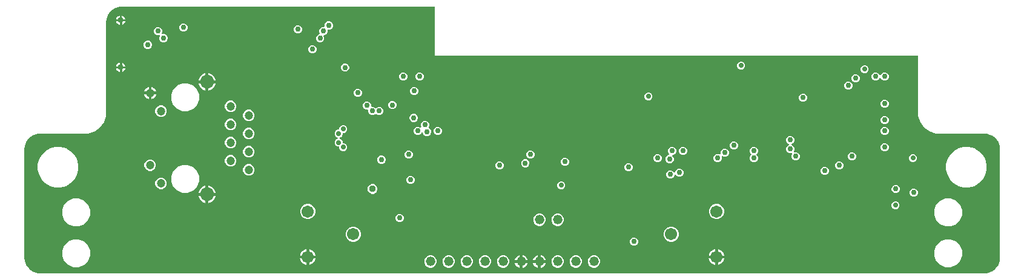
<source format=gbr>
G04 EAGLE Gerber RS-274X export*
G75*
%MOMM*%
%FSLAX34Y34*%
%LPD*%
%INCopper Layer 2*%
%IPPOS*%
%AMOC8*
5,1,8,0,0,1.08239X$1,22.5*%
G01*
%ADD10C,0.812800*%
%ADD11C,1.204800*%
%ADD12C,1.920000*%
%ADD13C,1.704341*%
%ADD14C,1.320800*%
%ADD15C,0.756400*%
%ADD16C,0.203200*%
%ADD17C,0.711200*%
%ADD18C,0.956400*%

G36*
X1346244Y3769D02*
X1346244Y3769D01*
X1346280Y3766D01*
X1349506Y4020D01*
X1349664Y4055D01*
X1349740Y4066D01*
X1355876Y6060D01*
X1356131Y6185D01*
X1356145Y6197D01*
X1356159Y6204D01*
X1361379Y9997D01*
X1361583Y10194D01*
X1361592Y10211D01*
X1361603Y10221D01*
X1365396Y15441D01*
X1365529Y15692D01*
X1365533Y15710D01*
X1365540Y15724D01*
X1367534Y21860D01*
X1367562Y22020D01*
X1367580Y22094D01*
X1367834Y25320D01*
X1367831Y25365D01*
X1367837Y25400D01*
X1367837Y177800D01*
X1367831Y177844D01*
X1367834Y177880D01*
X1367580Y181106D01*
X1367545Y181264D01*
X1367534Y181340D01*
X1365540Y187476D01*
X1365415Y187731D01*
X1365403Y187745D01*
X1365396Y187759D01*
X1361603Y192979D01*
X1361406Y193183D01*
X1361389Y193192D01*
X1361379Y193203D01*
X1356159Y196996D01*
X1355908Y197129D01*
X1355890Y197133D01*
X1355876Y197140D01*
X1349740Y199134D01*
X1349580Y199162D01*
X1349506Y199180D01*
X1346280Y199434D01*
X1346235Y199431D01*
X1346200Y199437D01*
X1278081Y199437D01*
X1269295Y202292D01*
X1261822Y207722D01*
X1256392Y215195D01*
X1253537Y223981D01*
X1253537Y307340D01*
X1253529Y307395D01*
X1253531Y307439D01*
X1253530Y307440D01*
X1253531Y307456D01*
X1253509Y307538D01*
X1253497Y307622D01*
X1253474Y307675D01*
X1253459Y307731D01*
X1253416Y307804D01*
X1253381Y307881D01*
X1253343Y307926D01*
X1253314Y307976D01*
X1253252Y308034D01*
X1253198Y308098D01*
X1253149Y308130D01*
X1253106Y308170D01*
X1253031Y308209D01*
X1252961Y308256D01*
X1252905Y308273D01*
X1252853Y308300D01*
X1252785Y308311D01*
X1252690Y308341D01*
X1252590Y308344D01*
X1252522Y308355D01*
X577595Y308355D01*
X577595Y376222D01*
X577587Y376280D01*
X577589Y376338D01*
X577567Y376420D01*
X577555Y376504D01*
X577532Y376557D01*
X577517Y376613D01*
X577474Y376686D01*
X577439Y376763D01*
X577401Y376808D01*
X577372Y376858D01*
X577310Y376916D01*
X577256Y376980D01*
X577207Y377012D01*
X577164Y377052D01*
X577089Y377091D01*
X577019Y377138D01*
X576963Y377155D01*
X576911Y377182D01*
X576843Y377193D01*
X576748Y377223D01*
X576648Y377226D01*
X576580Y377237D01*
X139700Y377237D01*
X139656Y377231D01*
X139620Y377234D01*
X136394Y376980D01*
X136236Y376945D01*
X136160Y376934D01*
X130024Y374940D01*
X129769Y374815D01*
X129755Y374803D01*
X129741Y374796D01*
X124521Y371003D01*
X124317Y370806D01*
X124308Y370789D01*
X124297Y370779D01*
X120504Y365559D01*
X120371Y365308D01*
X120367Y365290D01*
X120360Y365276D01*
X118366Y359140D01*
X118338Y358980D01*
X118320Y358906D01*
X118066Y355680D01*
X118069Y355635D01*
X118063Y355600D01*
X118063Y223981D01*
X115208Y215195D01*
X109778Y207722D01*
X102305Y202292D01*
X93519Y199437D01*
X25400Y199437D01*
X25356Y199431D01*
X25320Y199434D01*
X22094Y199180D01*
X21936Y199145D01*
X21860Y199134D01*
X15724Y197140D01*
X15469Y197015D01*
X15455Y197003D01*
X15441Y196996D01*
X10221Y193203D01*
X10017Y193006D01*
X10008Y192989D01*
X9997Y192979D01*
X6204Y187759D01*
X6071Y187508D01*
X6067Y187490D01*
X6060Y187476D01*
X4066Y181340D01*
X4038Y181180D01*
X4020Y181106D01*
X3766Y177880D01*
X3769Y177835D01*
X3763Y177800D01*
X3763Y25400D01*
X3769Y25356D01*
X3766Y25320D01*
X4020Y22094D01*
X4055Y21936D01*
X4066Y21860D01*
X6060Y15724D01*
X6185Y15469D01*
X6197Y15455D01*
X6204Y15441D01*
X9997Y10221D01*
X10194Y10017D01*
X10211Y10008D01*
X10221Y9997D01*
X15441Y6204D01*
X15692Y6071D01*
X15710Y6067D01*
X15724Y6060D01*
X21860Y4066D01*
X22020Y4038D01*
X22094Y4020D01*
X25320Y3766D01*
X25365Y3769D01*
X25400Y3763D01*
X1346200Y3763D01*
X1346244Y3769D01*
G37*
%LPC*%
G36*
X1317061Y123999D02*
X1317061Y123999D01*
X1309838Y125935D01*
X1303361Y129674D01*
X1298074Y134961D01*
X1294335Y141438D01*
X1292399Y148661D01*
X1292399Y156139D01*
X1294335Y163362D01*
X1298074Y169839D01*
X1303361Y175126D01*
X1309838Y178865D01*
X1317061Y180801D01*
X1324539Y180801D01*
X1331762Y178865D01*
X1338239Y175126D01*
X1343526Y169839D01*
X1347265Y163362D01*
X1349201Y156139D01*
X1349201Y148661D01*
X1347265Y141438D01*
X1343526Y134961D01*
X1338239Y129674D01*
X1331762Y125935D01*
X1324539Y123999D01*
X1317061Y123999D01*
G37*
%LPD*%
%LPC*%
G36*
X47061Y123999D02*
X47061Y123999D01*
X39838Y125935D01*
X33361Y129674D01*
X28074Y134961D01*
X24335Y141438D01*
X22399Y148661D01*
X22399Y156139D01*
X24335Y163362D01*
X28074Y169839D01*
X33361Y175126D01*
X39838Y178865D01*
X47061Y180801D01*
X54539Y180801D01*
X61762Y178865D01*
X68239Y175126D01*
X73526Y169839D01*
X77265Y163362D01*
X79201Y156139D01*
X79201Y148661D01*
X77265Y141438D01*
X73526Y134961D01*
X68239Y129674D01*
X61762Y125935D01*
X54539Y123999D01*
X47061Y123999D01*
G37*
%LPD*%
%LPC*%
G36*
X72319Y69389D02*
X72319Y69389D01*
X65148Y72360D01*
X59660Y77848D01*
X56689Y85019D01*
X56689Y92781D01*
X59660Y99952D01*
X65148Y105440D01*
X72319Y108411D01*
X80081Y108411D01*
X87252Y105440D01*
X92740Y99952D01*
X95711Y92781D01*
X95711Y85019D01*
X92740Y77848D01*
X87252Y72360D01*
X80081Y69389D01*
X72319Y69389D01*
G37*
%LPD*%
%LPC*%
G36*
X1291519Y12239D02*
X1291519Y12239D01*
X1284348Y15210D01*
X1278860Y20698D01*
X1275889Y27869D01*
X1275889Y35631D01*
X1278860Y42802D01*
X1284348Y48290D01*
X1291519Y51261D01*
X1299281Y51261D01*
X1306452Y48290D01*
X1311940Y42802D01*
X1314911Y35631D01*
X1314911Y27869D01*
X1311940Y20698D01*
X1306452Y15210D01*
X1299281Y12239D01*
X1291519Y12239D01*
G37*
%LPD*%
%LPC*%
G36*
X72319Y12239D02*
X72319Y12239D01*
X65148Y15210D01*
X59660Y20698D01*
X56689Y27869D01*
X56689Y35631D01*
X59660Y42802D01*
X65148Y48290D01*
X72319Y51261D01*
X80081Y51261D01*
X87252Y48290D01*
X92740Y42802D01*
X95711Y35631D01*
X95711Y27869D01*
X92740Y20698D01*
X87252Y15210D01*
X80081Y12239D01*
X72319Y12239D01*
G37*
%LPD*%
%LPC*%
G36*
X1291519Y69389D02*
X1291519Y69389D01*
X1284348Y72360D01*
X1278860Y77848D01*
X1275889Y85019D01*
X1275889Y92781D01*
X1278860Y99952D01*
X1284348Y105440D01*
X1291519Y108411D01*
X1299281Y108411D01*
X1306452Y105440D01*
X1311940Y99952D01*
X1314911Y92781D01*
X1314911Y85019D01*
X1311940Y77848D01*
X1306452Y72360D01*
X1299281Y69389D01*
X1291519Y69389D01*
G37*
%LPD*%
%LPC*%
G36*
X224711Y230697D02*
X224711Y230697D01*
X217543Y233666D01*
X212058Y239152D01*
X209089Y246319D01*
X209089Y254077D01*
X212058Y261244D01*
X217543Y266730D01*
X224711Y269699D01*
X232469Y269699D01*
X239636Y266730D01*
X245121Y261244D01*
X248090Y254077D01*
X248090Y246319D01*
X245121Y239152D01*
X239636Y233666D01*
X232469Y230697D01*
X224711Y230697D01*
G37*
%LPD*%
%LPC*%
G36*
X224711Y116397D02*
X224711Y116397D01*
X217543Y119366D01*
X212058Y124852D01*
X209089Y132019D01*
X209089Y139777D01*
X212058Y146944D01*
X217543Y152430D01*
X224711Y155399D01*
X232469Y155399D01*
X239636Y152430D01*
X245121Y146944D01*
X248090Y139777D01*
X248090Y132019D01*
X245121Y124852D01*
X239636Y119366D01*
X232469Y116397D01*
X224711Y116397D01*
G37*
%LPD*%
%LPC*%
G36*
X448468Y174751D02*
X448468Y174751D01*
X446414Y175602D01*
X444842Y177174D01*
X443991Y179228D01*
X443991Y180202D01*
X443983Y180260D01*
X443985Y180318D01*
X443963Y180400D01*
X443951Y180483D01*
X443928Y180537D01*
X443913Y180593D01*
X443870Y180666D01*
X443835Y180743D01*
X443797Y180787D01*
X443768Y180838D01*
X443706Y180895D01*
X443652Y180960D01*
X443603Y180992D01*
X443560Y181032D01*
X443485Y181071D01*
X443415Y181117D01*
X443359Y181135D01*
X443307Y181162D01*
X443239Y181173D01*
X443144Y181203D01*
X443044Y181206D01*
X442976Y181217D01*
X442003Y181217D01*
X439948Y182068D01*
X438376Y183640D01*
X437525Y185694D01*
X437525Y187917D01*
X438376Y189972D01*
X439948Y191544D01*
X441296Y192102D01*
X441322Y192117D01*
X441350Y192126D01*
X441444Y192189D01*
X441541Y192247D01*
X441561Y192268D01*
X441586Y192284D01*
X441659Y192371D01*
X441736Y192453D01*
X441750Y192479D01*
X441769Y192502D01*
X441815Y192605D01*
X441867Y192706D01*
X441872Y192735D01*
X441884Y192762D01*
X441900Y192874D01*
X441922Y192985D01*
X441919Y193014D01*
X441923Y193043D01*
X441907Y193155D01*
X441897Y193268D01*
X441887Y193295D01*
X441882Y193324D01*
X441836Y193428D01*
X441795Y193533D01*
X441777Y193557D01*
X441765Y193584D01*
X441692Y193670D01*
X441624Y193760D01*
X441600Y193778D01*
X441581Y193800D01*
X441514Y193842D01*
X441396Y193930D01*
X441337Y193952D01*
X441296Y193978D01*
X439948Y194536D01*
X438376Y196108D01*
X437525Y198163D01*
X437525Y200386D01*
X438376Y202440D01*
X439948Y204012D01*
X442003Y204863D01*
X442976Y204863D01*
X443034Y204871D01*
X443092Y204870D01*
X443174Y204891D01*
X443258Y204903D01*
X443311Y204927D01*
X443367Y204941D01*
X443440Y204984D01*
X443517Y205019D01*
X443562Y205057D01*
X443612Y205087D01*
X443670Y205148D01*
X443734Y205203D01*
X443766Y205251D01*
X443806Y205294D01*
X443845Y205369D01*
X443892Y205439D01*
X443909Y205495D01*
X443936Y205547D01*
X443947Y205615D01*
X443977Y205710D01*
X443980Y205810D01*
X443991Y205878D01*
X443991Y206852D01*
X444842Y208906D01*
X446414Y210478D01*
X448468Y211329D01*
X450692Y211329D01*
X452746Y210478D01*
X454318Y208906D01*
X455169Y206852D01*
X455169Y204628D01*
X454318Y202574D01*
X452746Y201002D01*
X450692Y200151D01*
X449718Y200151D01*
X449660Y200143D01*
X449602Y200145D01*
X449520Y200123D01*
X449437Y200111D01*
X449383Y200088D01*
X449327Y200073D01*
X449254Y200030D01*
X449177Y199995D01*
X449133Y199957D01*
X449082Y199928D01*
X449025Y199866D01*
X448960Y199812D01*
X448928Y199763D01*
X448888Y199720D01*
X448849Y199645D01*
X448803Y199575D01*
X448785Y199519D01*
X448758Y199467D01*
X448747Y199399D01*
X448717Y199304D01*
X448714Y199204D01*
X448703Y199136D01*
X448703Y198163D01*
X447852Y196108D01*
X446280Y194536D01*
X444932Y193978D01*
X444907Y193963D01*
X444879Y193954D01*
X444785Y193891D01*
X444687Y193833D01*
X444667Y193812D01*
X444643Y193796D01*
X444570Y193709D01*
X444492Y193627D01*
X444479Y193601D01*
X444460Y193578D01*
X444414Y193475D01*
X444362Y193374D01*
X444356Y193345D01*
X444344Y193318D01*
X444329Y193206D01*
X444307Y193095D01*
X444309Y193066D01*
X444305Y193037D01*
X444322Y192925D01*
X444331Y192812D01*
X444342Y192785D01*
X444346Y192755D01*
X444393Y192652D01*
X444433Y192547D01*
X444451Y192523D01*
X444463Y192496D01*
X444536Y192410D01*
X444605Y192320D01*
X444628Y192302D01*
X444647Y192280D01*
X444714Y192238D01*
X444833Y192150D01*
X444891Y192128D01*
X444932Y192102D01*
X446280Y191544D01*
X447852Y189972D01*
X448703Y187917D01*
X448703Y186944D01*
X448711Y186886D01*
X448710Y186828D01*
X448731Y186746D01*
X448743Y186662D01*
X448767Y186609D01*
X448781Y186553D01*
X448824Y186480D01*
X448859Y186403D01*
X448897Y186358D01*
X448927Y186308D01*
X448988Y186250D01*
X449043Y186186D01*
X449091Y186154D01*
X449134Y186114D01*
X449209Y186075D01*
X449279Y186028D01*
X449335Y186011D01*
X449387Y185984D01*
X449455Y185973D01*
X449550Y185943D01*
X449650Y185940D01*
X449718Y185929D01*
X450692Y185929D01*
X452746Y185078D01*
X454318Y183506D01*
X455169Y181452D01*
X455169Y179228D01*
X454318Y177174D01*
X452746Y175602D01*
X450692Y174751D01*
X448468Y174751D01*
G37*
%LPD*%
%LPC*%
G36*
X969451Y79616D02*
X969451Y79616D01*
X965571Y81222D01*
X962602Y84191D01*
X960996Y88071D01*
X960996Y92269D01*
X962602Y96149D01*
X965571Y99118D01*
X969451Y100724D01*
X973649Y100724D01*
X977529Y99118D01*
X980498Y96149D01*
X982104Y92269D01*
X982104Y88071D01*
X980498Y84191D01*
X977529Y81222D01*
X973649Y79616D01*
X969451Y79616D01*
G37*
%LPD*%
%LPC*%
G36*
X461451Y47866D02*
X461451Y47866D01*
X457571Y49472D01*
X454602Y52441D01*
X452996Y56321D01*
X452996Y60519D01*
X454602Y64399D01*
X457571Y67368D01*
X461451Y68974D01*
X465649Y68974D01*
X469529Y67368D01*
X472498Y64399D01*
X474104Y60519D01*
X474104Y56321D01*
X472498Y52441D01*
X469529Y49472D01*
X465649Y47866D01*
X461451Y47866D01*
G37*
%LPD*%
%LPC*%
G36*
X397951Y79616D02*
X397951Y79616D01*
X394071Y81222D01*
X391102Y84191D01*
X389496Y88071D01*
X389496Y92269D01*
X391102Y96149D01*
X394071Y99118D01*
X397951Y100724D01*
X402149Y100724D01*
X406029Y99118D01*
X408998Y96149D01*
X410604Y92269D01*
X410604Y88071D01*
X408998Y84191D01*
X406029Y81222D01*
X402149Y79616D01*
X397951Y79616D01*
G37*
%LPD*%
%LPC*%
G36*
X905951Y47866D02*
X905951Y47866D01*
X902071Y49472D01*
X899102Y52441D01*
X897496Y56321D01*
X897496Y60519D01*
X899102Y64399D01*
X902071Y67368D01*
X905951Y68974D01*
X910149Y68974D01*
X914029Y67368D01*
X916998Y64399D01*
X918604Y60519D01*
X918604Y56321D01*
X916998Y52441D01*
X914029Y49472D01*
X910149Y47866D01*
X905951Y47866D01*
G37*
%LPD*%
%LPC*%
G36*
X1080883Y161825D02*
X1080883Y161825D01*
X1078746Y162711D01*
X1077111Y164346D01*
X1076225Y166483D01*
X1076225Y168797D01*
X1077016Y170706D01*
X1077023Y170734D01*
X1077037Y170760D01*
X1077059Y170871D01*
X1077087Y170981D01*
X1077086Y171010D01*
X1077092Y171039D01*
X1077082Y171152D01*
X1077079Y171265D01*
X1077070Y171293D01*
X1077067Y171322D01*
X1077027Y171428D01*
X1076992Y171536D01*
X1076976Y171560D01*
X1076965Y171587D01*
X1076897Y171678D01*
X1076834Y171772D01*
X1076811Y171791D01*
X1076794Y171814D01*
X1076703Y171882D01*
X1076616Y171955D01*
X1076589Y171967D01*
X1076566Y171984D01*
X1076460Y172024D01*
X1076356Y172070D01*
X1076327Y172074D01*
X1076300Y172085D01*
X1076187Y172094D01*
X1076075Y172109D01*
X1076046Y172105D01*
X1076017Y172107D01*
X1075940Y172090D01*
X1075794Y172069D01*
X1075737Y172043D01*
X1075689Y172032D01*
X1075577Y171985D01*
X1073263Y171985D01*
X1071126Y172871D01*
X1069491Y174506D01*
X1068605Y176643D01*
X1068605Y178957D01*
X1069491Y181094D01*
X1071126Y182729D01*
X1072291Y183212D01*
X1072316Y183227D01*
X1072344Y183236D01*
X1072439Y183299D01*
X1072536Y183357D01*
X1072556Y183378D01*
X1072581Y183394D01*
X1072653Y183481D01*
X1072731Y183563D01*
X1072745Y183589D01*
X1072764Y183612D01*
X1072810Y183715D01*
X1072861Y183816D01*
X1072867Y183845D01*
X1072879Y183872D01*
X1072895Y183984D01*
X1072916Y184095D01*
X1072914Y184124D01*
X1072918Y184153D01*
X1072902Y184265D01*
X1072892Y184378D01*
X1072881Y184405D01*
X1072877Y184435D01*
X1072831Y184538D01*
X1072790Y184643D01*
X1072772Y184667D01*
X1072760Y184694D01*
X1072687Y184780D01*
X1072618Y184870D01*
X1072595Y184888D01*
X1072576Y184910D01*
X1072509Y184952D01*
X1072391Y185040D01*
X1072332Y185062D01*
X1072291Y185088D01*
X1071126Y185571D01*
X1069491Y187206D01*
X1068605Y189343D01*
X1068605Y191657D01*
X1069491Y193794D01*
X1071126Y195429D01*
X1073263Y196315D01*
X1075577Y196315D01*
X1077714Y195429D01*
X1079349Y193794D01*
X1080235Y191657D01*
X1080235Y189343D01*
X1079349Y187206D01*
X1077714Y185571D01*
X1076549Y185088D01*
X1076524Y185073D01*
X1076496Y185064D01*
X1076401Y185001D01*
X1076304Y184943D01*
X1076284Y184922D01*
X1076259Y184906D01*
X1076187Y184819D01*
X1076109Y184737D01*
X1076095Y184711D01*
X1076077Y184688D01*
X1076031Y184585D01*
X1075979Y184484D01*
X1075973Y184455D01*
X1075961Y184428D01*
X1075945Y184316D01*
X1075924Y184205D01*
X1075926Y184176D01*
X1075922Y184147D01*
X1075938Y184035D01*
X1075948Y183922D01*
X1075959Y183894D01*
X1075963Y183866D01*
X1076009Y183763D01*
X1076050Y183657D01*
X1076068Y183633D01*
X1076080Y183606D01*
X1076153Y183520D01*
X1076222Y183430D01*
X1076245Y183412D01*
X1076264Y183390D01*
X1076331Y183348D01*
X1076449Y183260D01*
X1076508Y183238D01*
X1076549Y183212D01*
X1077714Y182729D01*
X1079349Y181094D01*
X1080235Y178957D01*
X1080235Y176643D01*
X1079444Y174734D01*
X1079437Y174706D01*
X1079423Y174680D01*
X1079401Y174569D01*
X1079373Y174459D01*
X1079374Y174430D01*
X1079368Y174401D01*
X1079378Y174288D01*
X1079381Y174175D01*
X1079390Y174147D01*
X1079393Y174118D01*
X1079433Y174012D01*
X1079468Y173904D01*
X1079484Y173880D01*
X1079495Y173853D01*
X1079563Y173762D01*
X1079626Y173668D01*
X1079649Y173649D01*
X1079666Y173626D01*
X1079757Y173558D01*
X1079844Y173485D01*
X1079871Y173473D01*
X1079894Y173456D01*
X1080000Y173416D01*
X1080104Y173370D01*
X1080133Y173366D01*
X1080160Y173355D01*
X1080273Y173346D01*
X1080385Y173331D01*
X1080414Y173335D01*
X1080443Y173333D01*
X1080520Y173350D01*
X1080666Y173371D01*
X1080723Y173397D01*
X1080771Y173408D01*
X1080883Y173455D01*
X1083197Y173455D01*
X1085334Y172569D01*
X1086969Y170934D01*
X1087855Y168797D01*
X1087855Y166483D01*
X1086969Y164346D01*
X1085334Y162711D01*
X1083197Y161825D01*
X1080883Y161825D01*
G37*
%LPD*%
%LPC*%
G36*
X565175Y196199D02*
X565175Y196199D01*
X563038Y197085D01*
X561402Y198720D01*
X560718Y200372D01*
X560703Y200397D01*
X560694Y200425D01*
X560631Y200519D01*
X560574Y200616D01*
X560552Y200637D01*
X560536Y200661D01*
X560449Y200734D01*
X560367Y200812D01*
X560341Y200825D01*
X560318Y200844D01*
X560215Y200890D01*
X560114Y200942D01*
X560085Y200948D01*
X560059Y200959D01*
X559946Y200975D01*
X559835Y200997D01*
X559806Y200994D01*
X559777Y200998D01*
X559665Y200982D01*
X559552Y200972D01*
X559525Y200962D01*
X559496Y200958D01*
X559392Y200911D01*
X559287Y200870D01*
X559263Y200853D01*
X559237Y200841D01*
X559150Y200767D01*
X559060Y200699D01*
X559042Y200675D01*
X559020Y200656D01*
X558979Y200590D01*
X558890Y200471D01*
X558868Y200413D01*
X558842Y200372D01*
X558649Y199906D01*
X557014Y198271D01*
X554877Y197385D01*
X552563Y197385D01*
X550426Y198271D01*
X548791Y199906D01*
X547905Y202043D01*
X547905Y204357D01*
X548791Y206494D01*
X550426Y208129D01*
X552563Y209015D01*
X554877Y209015D01*
X557181Y208060D01*
X557209Y208053D01*
X557235Y208040D01*
X557346Y208018D01*
X557456Y207989D01*
X557485Y207990D01*
X557514Y207985D01*
X557627Y207994D01*
X557740Y207998D01*
X557768Y208007D01*
X557797Y208009D01*
X557903Y208050D01*
X558011Y208084D01*
X558035Y208101D01*
X558063Y208111D01*
X558153Y208179D01*
X558247Y208243D01*
X558266Y208265D01*
X558289Y208283D01*
X558357Y208374D01*
X558430Y208460D01*
X558442Y208487D01*
X558459Y208510D01*
X558499Y208617D01*
X558545Y208720D01*
X558549Y208749D01*
X558560Y208776D01*
X558569Y208889D01*
X558584Y209001D01*
X558580Y209031D01*
X558582Y209060D01*
X558565Y209136D01*
X558544Y209283D01*
X558518Y209340D01*
X558507Y209387D01*
X558065Y210453D01*
X558065Y212767D01*
X558951Y214904D01*
X560586Y216539D01*
X562723Y217425D01*
X565037Y217425D01*
X567174Y216539D01*
X568809Y214904D01*
X569695Y212767D01*
X569695Y210453D01*
X568832Y208371D01*
X568818Y208314D01*
X568794Y208261D01*
X568782Y208177D01*
X568761Y208096D01*
X568763Y208037D01*
X568755Y207979D01*
X568767Y207896D01*
X568769Y207812D01*
X568787Y207756D01*
X568796Y207698D01*
X568830Y207621D01*
X568856Y207541D01*
X568889Y207492D01*
X568913Y207439D01*
X568967Y207375D01*
X569014Y207305D01*
X569059Y207267D01*
X569097Y207222D01*
X569156Y207186D01*
X569232Y207122D01*
X569323Y207081D01*
X569382Y207045D01*
X569626Y206943D01*
X571261Y205308D01*
X572146Y203171D01*
X572146Y200857D01*
X571261Y198720D01*
X569626Y197085D01*
X567488Y196199D01*
X565175Y196199D01*
G37*
%LPD*%
%LPC*%
G36*
X415980Y326925D02*
X415980Y326925D01*
X413843Y327811D01*
X412207Y329446D01*
X411322Y331583D01*
X411322Y333897D01*
X412207Y336034D01*
X413843Y337669D01*
X416037Y338578D01*
X416088Y338608D01*
X416142Y338629D01*
X416210Y338680D01*
X416282Y338723D01*
X416322Y338765D01*
X416369Y338801D01*
X416420Y338868D01*
X416477Y338930D01*
X416504Y338982D01*
X416539Y339028D01*
X416569Y339107D01*
X416608Y339182D01*
X416619Y339240D01*
X416640Y339294D01*
X416646Y339378D01*
X416663Y339461D01*
X416658Y339520D01*
X416662Y339578D01*
X416647Y339645D01*
X416638Y339744D01*
X416602Y339838D01*
X416587Y339905D01*
X415825Y341743D01*
X415825Y344057D01*
X416711Y346194D01*
X418346Y347829D01*
X420483Y348715D01*
X422430Y348715D01*
X422488Y348723D01*
X422546Y348721D01*
X422628Y348743D01*
X422712Y348755D01*
X422765Y348778D01*
X422821Y348793D01*
X422894Y348836D01*
X422971Y348871D01*
X423016Y348909D01*
X423066Y348938D01*
X423124Y349000D01*
X423188Y349054D01*
X423220Y349103D01*
X423260Y349146D01*
X423299Y349221D01*
X423346Y349291D01*
X423363Y349347D01*
X423390Y349399D01*
X423401Y349467D01*
X423431Y349562D01*
X423434Y349662D01*
X423445Y349730D01*
X423445Y351753D01*
X424331Y353890D01*
X425966Y355525D01*
X428103Y356411D01*
X430417Y356411D01*
X432554Y355525D01*
X434189Y353890D01*
X435075Y351753D01*
X435075Y349439D01*
X434189Y347302D01*
X432554Y345667D01*
X430417Y344781D01*
X428470Y344781D01*
X428412Y344773D01*
X428354Y344775D01*
X428272Y344753D01*
X428188Y344741D01*
X428135Y344718D01*
X428079Y344703D01*
X428006Y344660D01*
X427929Y344625D01*
X427884Y344587D01*
X427834Y344558D01*
X427776Y344496D01*
X427712Y344442D01*
X427680Y344393D01*
X427640Y344350D01*
X427601Y344275D01*
X427554Y344205D01*
X427537Y344149D01*
X427510Y344097D01*
X427499Y344029D01*
X427469Y343934D01*
X427466Y343834D01*
X427455Y343766D01*
X427455Y341743D01*
X426569Y339606D01*
X424934Y337971D01*
X422740Y337062D01*
X422689Y337032D01*
X422635Y337011D01*
X422567Y336960D01*
X422495Y336917D01*
X422455Y336875D01*
X422408Y336839D01*
X422357Y336772D01*
X422300Y336710D01*
X422273Y336658D01*
X422238Y336612D01*
X422208Y336533D01*
X422169Y336458D01*
X422158Y336400D01*
X422137Y336346D01*
X422131Y336261D01*
X422114Y336179D01*
X422119Y336121D01*
X422115Y336062D01*
X422130Y335995D01*
X422139Y335896D01*
X422175Y335803D01*
X422190Y335735D01*
X422952Y333897D01*
X422952Y331583D01*
X422066Y329446D01*
X420431Y327811D01*
X418293Y326925D01*
X415980Y326925D01*
G37*
%LPD*%
%LPC*%
G36*
X498659Y225325D02*
X498659Y225325D01*
X496522Y226211D01*
X495704Y227028D01*
X495658Y227064D01*
X495617Y227106D01*
X495545Y227149D01*
X495477Y227199D01*
X495423Y227220D01*
X495372Y227250D01*
X495290Y227270D01*
X495212Y227301D01*
X495153Y227305D01*
X495097Y227320D01*
X495012Y227317D01*
X494928Y227324D01*
X494871Y227313D01*
X494812Y227311D01*
X494732Y227285D01*
X494649Y227268D01*
X494598Y227241D01*
X494542Y227223D01*
X494486Y227183D01*
X494397Y227137D01*
X494325Y227068D01*
X494269Y227028D01*
X493482Y226242D01*
X491345Y225357D01*
X489032Y225357D01*
X486895Y226242D01*
X485259Y227878D01*
X484374Y230015D01*
X484374Y231930D01*
X484366Y231988D01*
X484367Y232046D01*
X484346Y232128D01*
X484334Y232212D01*
X484310Y232265D01*
X484295Y232321D01*
X484252Y232394D01*
X484218Y232471D01*
X484180Y232516D01*
X484150Y232566D01*
X484088Y232624D01*
X484034Y232688D01*
X483985Y232720D01*
X483943Y232760D01*
X483868Y232799D01*
X483797Y232846D01*
X483742Y232863D01*
X483690Y232890D01*
X483621Y232901D01*
X483526Y232931D01*
X483427Y232934D01*
X483358Y232945D01*
X481443Y232945D01*
X479306Y233831D01*
X477671Y235466D01*
X476785Y237603D01*
X476785Y239917D01*
X477671Y242054D01*
X479306Y243689D01*
X481443Y244575D01*
X483757Y244575D01*
X485894Y243689D01*
X487529Y242054D01*
X488415Y239917D01*
X488415Y238002D01*
X488423Y237944D01*
X488421Y237885D01*
X488443Y237804D01*
X488455Y237720D01*
X488478Y237667D01*
X488493Y237610D01*
X488536Y237538D01*
X488571Y237461D01*
X488609Y237416D01*
X488638Y237366D01*
X488700Y237308D01*
X488754Y237244D01*
X488803Y237211D01*
X488846Y237171D01*
X488921Y237133D01*
X488991Y237086D01*
X489047Y237068D01*
X489099Y237042D01*
X489167Y237030D01*
X489262Y237000D01*
X489362Y236998D01*
X489430Y236986D01*
X491345Y236986D01*
X493482Y236101D01*
X494300Y235283D01*
X494347Y235248D01*
X494387Y235206D01*
X494460Y235163D01*
X494527Y235112D01*
X494582Y235091D01*
X494632Y235062D01*
X494714Y235041D01*
X494793Y235011D01*
X494851Y235006D01*
X494908Y234992D01*
X494992Y234994D01*
X495076Y234987D01*
X495134Y234999D01*
X495192Y235001D01*
X495272Y235027D01*
X495355Y235043D01*
X495407Y235070D01*
X495463Y235088D01*
X495519Y235128D01*
X495607Y235174D01*
X495680Y235243D01*
X495736Y235283D01*
X496522Y236069D01*
X498659Y236955D01*
X500973Y236955D01*
X503110Y236069D01*
X504745Y234434D01*
X505631Y232297D01*
X505631Y229983D01*
X504745Y227846D01*
X503110Y226211D01*
X500973Y225325D01*
X498659Y225325D01*
G37*
%LPD*%
%LPC*%
G36*
X645982Y11683D02*
X645982Y11683D01*
X642808Y12998D01*
X640378Y15428D01*
X639063Y18602D01*
X639063Y22038D01*
X640378Y25212D01*
X642808Y27642D01*
X645982Y28957D01*
X649418Y28957D01*
X652592Y27642D01*
X655022Y25212D01*
X656337Y22038D01*
X656337Y18602D01*
X655022Y15428D01*
X652592Y12998D01*
X649418Y11683D01*
X645982Y11683D01*
G37*
%LPD*%
%LPC*%
G36*
X620582Y11683D02*
X620582Y11683D01*
X617408Y12998D01*
X614978Y15428D01*
X613663Y18602D01*
X613663Y22038D01*
X614978Y25212D01*
X617408Y27642D01*
X620582Y28957D01*
X624018Y28957D01*
X627192Y27642D01*
X629622Y25212D01*
X630937Y22038D01*
X630937Y18602D01*
X629622Y15428D01*
X627192Y12998D01*
X624018Y11683D01*
X620582Y11683D01*
G37*
%LPD*%
%LPC*%
G36*
X747582Y70103D02*
X747582Y70103D01*
X744408Y71418D01*
X741978Y73848D01*
X740663Y77022D01*
X740663Y80458D01*
X741978Y83632D01*
X744408Y86062D01*
X747582Y87377D01*
X751018Y87377D01*
X754192Y86062D01*
X756622Y83632D01*
X757937Y80458D01*
X757937Y77022D01*
X756622Y73848D01*
X754192Y71418D01*
X751018Y70103D01*
X747582Y70103D01*
G37*
%LPD*%
%LPC*%
G36*
X722182Y70103D02*
X722182Y70103D01*
X719008Y71418D01*
X716578Y73848D01*
X715263Y77022D01*
X715263Y80458D01*
X716578Y83632D01*
X719008Y86062D01*
X722182Y87377D01*
X725618Y87377D01*
X728792Y86062D01*
X731222Y83632D01*
X732537Y80458D01*
X732537Y77022D01*
X731222Y73848D01*
X728792Y71418D01*
X725618Y70103D01*
X722182Y70103D01*
G37*
%LPD*%
%LPC*%
G36*
X595182Y11683D02*
X595182Y11683D01*
X592008Y12998D01*
X589578Y15428D01*
X588263Y18602D01*
X588263Y22038D01*
X589578Y25212D01*
X592008Y27642D01*
X595182Y28957D01*
X598618Y28957D01*
X601792Y27642D01*
X604222Y25212D01*
X605537Y22038D01*
X605537Y18602D01*
X604222Y15428D01*
X601792Y12998D01*
X598618Y11683D01*
X595182Y11683D01*
G37*
%LPD*%
%LPC*%
G36*
X569782Y11683D02*
X569782Y11683D01*
X566608Y12998D01*
X564178Y15428D01*
X562863Y18602D01*
X562863Y22038D01*
X564178Y25212D01*
X566608Y27642D01*
X569782Y28957D01*
X573218Y28957D01*
X576392Y27642D01*
X578822Y25212D01*
X580137Y22038D01*
X580137Y18602D01*
X578822Y15428D01*
X576392Y12998D01*
X573218Y11683D01*
X569782Y11683D01*
G37*
%LPD*%
%LPC*%
G36*
X671382Y11683D02*
X671382Y11683D01*
X668208Y12998D01*
X665778Y15428D01*
X664463Y18602D01*
X664463Y22038D01*
X665778Y25212D01*
X668208Y27642D01*
X671382Y28957D01*
X674818Y28957D01*
X677992Y27642D01*
X680422Y25212D01*
X681737Y22038D01*
X681737Y18602D01*
X680422Y15428D01*
X677992Y12998D01*
X674818Y11683D01*
X671382Y11683D01*
G37*
%LPD*%
%LPC*%
G36*
X747582Y11683D02*
X747582Y11683D01*
X744408Y12998D01*
X741978Y15428D01*
X740663Y18602D01*
X740663Y22038D01*
X741978Y25212D01*
X744408Y27642D01*
X747582Y28957D01*
X751018Y28957D01*
X754192Y27642D01*
X756622Y25212D01*
X757937Y22038D01*
X757937Y18602D01*
X756622Y15428D01*
X754192Y12998D01*
X751018Y11683D01*
X747582Y11683D01*
G37*
%LPD*%
%LPC*%
G36*
X798382Y11683D02*
X798382Y11683D01*
X795208Y12998D01*
X792778Y15428D01*
X791463Y18602D01*
X791463Y22038D01*
X792778Y25212D01*
X795208Y27642D01*
X798382Y28957D01*
X801818Y28957D01*
X804992Y27642D01*
X807422Y25212D01*
X808737Y22038D01*
X808737Y18602D01*
X807422Y15428D01*
X804992Y12998D01*
X801818Y11683D01*
X798382Y11683D01*
G37*
%LPD*%
%LPC*%
G36*
X772982Y11683D02*
X772982Y11683D01*
X769808Y12998D01*
X767378Y15428D01*
X766063Y18602D01*
X766063Y22038D01*
X767378Y25212D01*
X769808Y27642D01*
X772982Y28957D01*
X776418Y28957D01*
X779592Y27642D01*
X782022Y25212D01*
X783337Y22038D01*
X783337Y18602D01*
X782022Y15428D01*
X779592Y12998D01*
X776418Y11683D01*
X772982Y11683D01*
G37*
%LPD*%
%LPC*%
G36*
X905623Y136425D02*
X905623Y136425D01*
X903486Y137311D01*
X901851Y138946D01*
X900965Y141083D01*
X900965Y143397D01*
X901851Y145534D01*
X903486Y147169D01*
X905623Y148055D01*
X907937Y148055D01*
X910074Y147169D01*
X911709Y145534D01*
X911712Y145528D01*
X911756Y145454D01*
X911791Y145375D01*
X911828Y145332D01*
X911856Y145283D01*
X911919Y145224D01*
X911975Y145158D01*
X912022Y145127D01*
X912063Y145088D01*
X912140Y145048D01*
X912211Y145001D01*
X912265Y144983D01*
X912316Y144957D01*
X912400Y144941D01*
X912482Y144915D01*
X912539Y144913D01*
X912595Y144902D01*
X912680Y144910D01*
X912766Y144908D01*
X912821Y144922D01*
X912878Y144927D01*
X912958Y144958D01*
X913041Y144979D01*
X913090Y145008D01*
X913143Y145029D01*
X913212Y145081D01*
X913286Y145125D01*
X913325Y145166D01*
X913370Y145200D01*
X913422Y145269D01*
X913480Y145332D01*
X913506Y145383D01*
X913540Y145428D01*
X913571Y145508D01*
X913610Y145585D01*
X913618Y145634D01*
X913641Y145694D01*
X913652Y145839D01*
X913665Y145916D01*
X913665Y145937D01*
X914551Y148074D01*
X916186Y149709D01*
X918323Y150595D01*
X920637Y150595D01*
X922774Y149709D01*
X924409Y148074D01*
X925295Y145937D01*
X925295Y143623D01*
X924409Y141486D01*
X922774Y139851D01*
X920637Y138965D01*
X918323Y138965D01*
X916186Y139851D01*
X914551Y141486D01*
X914548Y141492D01*
X914504Y141566D01*
X914469Y141645D01*
X914432Y141688D01*
X914404Y141737D01*
X914341Y141796D01*
X914285Y141862D01*
X914238Y141893D01*
X914197Y141932D01*
X914120Y141972D01*
X914049Y142019D01*
X913995Y142037D01*
X913944Y142063D01*
X913860Y142079D01*
X913778Y142105D01*
X913721Y142107D01*
X913665Y142118D01*
X913580Y142110D01*
X913494Y142112D01*
X913439Y142098D01*
X913382Y142093D01*
X913302Y142062D01*
X913219Y142041D01*
X913170Y142012D01*
X913117Y141991D01*
X913048Y141939D01*
X912974Y141895D01*
X912935Y141854D01*
X912890Y141820D01*
X912838Y141751D01*
X912780Y141688D01*
X912754Y141637D01*
X912720Y141592D01*
X912689Y141512D01*
X912650Y141435D01*
X912642Y141386D01*
X912619Y141326D01*
X912608Y141181D01*
X912595Y141104D01*
X912595Y141083D01*
X911709Y138946D01*
X910074Y137311D01*
X907937Y136425D01*
X905623Y136425D01*
G37*
%LPD*%
%LPC*%
G36*
X971663Y159285D02*
X971663Y159285D01*
X969526Y160171D01*
X967891Y161806D01*
X967005Y163943D01*
X967005Y166257D01*
X967891Y168394D01*
X969526Y170029D01*
X971663Y170915D01*
X973977Y170915D01*
X975886Y170124D01*
X975914Y170117D01*
X975940Y170103D01*
X976051Y170081D01*
X976161Y170053D01*
X976190Y170054D01*
X976219Y170048D01*
X976332Y170058D01*
X976445Y170061D01*
X976473Y170070D01*
X976502Y170073D01*
X976608Y170113D01*
X976716Y170148D01*
X976740Y170164D01*
X976767Y170175D01*
X976858Y170243D01*
X976952Y170306D01*
X976971Y170329D01*
X976994Y170346D01*
X977062Y170437D01*
X977135Y170524D01*
X977147Y170551D01*
X977164Y170574D01*
X977204Y170680D01*
X977250Y170784D01*
X977254Y170813D01*
X977265Y170840D01*
X977274Y170953D01*
X977289Y171065D01*
X977285Y171094D01*
X977287Y171123D01*
X977270Y171200D01*
X977249Y171346D01*
X977223Y171403D01*
X977212Y171451D01*
X977165Y171563D01*
X977165Y173877D01*
X978051Y176014D01*
X979686Y177649D01*
X981823Y178535D01*
X984137Y178535D01*
X986274Y177649D01*
X987909Y176014D01*
X988795Y173877D01*
X988795Y171563D01*
X987909Y169426D01*
X986274Y167791D01*
X984137Y166905D01*
X981823Y166905D01*
X979914Y167696D01*
X979886Y167703D01*
X979860Y167717D01*
X979749Y167739D01*
X979639Y167767D01*
X979610Y167766D01*
X979581Y167772D01*
X979468Y167762D01*
X979355Y167759D01*
X979327Y167750D01*
X979298Y167747D01*
X979192Y167707D01*
X979084Y167672D01*
X979060Y167656D01*
X979033Y167645D01*
X978942Y167577D01*
X978848Y167514D01*
X978829Y167491D01*
X978806Y167474D01*
X978738Y167383D01*
X978665Y167296D01*
X978653Y167269D01*
X978636Y167246D01*
X978596Y167140D01*
X978550Y167036D01*
X978546Y167007D01*
X978535Y166980D01*
X978526Y166867D01*
X978511Y166755D01*
X978515Y166726D01*
X978513Y166697D01*
X978530Y166620D01*
X978551Y166474D01*
X978577Y166417D01*
X978588Y166369D01*
X978635Y166257D01*
X978635Y163943D01*
X977749Y161806D01*
X976114Y160171D01*
X973977Y159285D01*
X971663Y159285D01*
G37*
%LPD*%
%LPC*%
G36*
X197087Y327207D02*
X197087Y327207D01*
X194950Y328093D01*
X193315Y329728D01*
X192429Y331865D01*
X192429Y334179D01*
X193105Y335809D01*
X193112Y335838D01*
X193126Y335864D01*
X193147Y335975D01*
X193176Y336084D01*
X193175Y336114D01*
X193181Y336143D01*
X193171Y336256D01*
X193168Y336369D01*
X193159Y336397D01*
X193156Y336426D01*
X193115Y336532D01*
X193081Y336639D01*
X193065Y336664D01*
X193054Y336691D01*
X192986Y336781D01*
X192923Y336876D01*
X192900Y336894D01*
X192882Y336918D01*
X192792Y336986D01*
X192705Y337059D01*
X192678Y337070D01*
X192655Y337088D01*
X192549Y337128D01*
X192445Y337174D01*
X192416Y337178D01*
X192389Y337188D01*
X192276Y337197D01*
X192164Y337213D01*
X192135Y337209D01*
X192105Y337211D01*
X192029Y337193D01*
X191882Y337172D01*
X191825Y337147D01*
X191778Y337136D01*
X191657Y337085D01*
X189343Y337085D01*
X187206Y337971D01*
X185571Y339606D01*
X184685Y341743D01*
X184685Y344057D01*
X185571Y346194D01*
X187206Y347829D01*
X189343Y348715D01*
X191657Y348715D01*
X193794Y347829D01*
X195429Y346194D01*
X196315Y344057D01*
X196315Y341743D01*
X195639Y340113D01*
X195632Y340084D01*
X195619Y340058D01*
X195597Y339947D01*
X195568Y339838D01*
X195569Y339808D01*
X195564Y339779D01*
X195573Y339667D01*
X195577Y339553D01*
X195585Y339525D01*
X195588Y339496D01*
X195629Y339391D01*
X195663Y339283D01*
X195680Y339258D01*
X195690Y339231D01*
X195758Y339141D01*
X195821Y339046D01*
X195844Y339028D01*
X195862Y339004D01*
X195952Y338936D01*
X196039Y338864D01*
X196066Y338852D01*
X196089Y338834D01*
X196195Y338794D01*
X196299Y338748D01*
X196328Y338744D01*
X196355Y338734D01*
X196468Y338725D01*
X196580Y338709D01*
X196609Y338713D01*
X196639Y338711D01*
X196715Y338729D01*
X196862Y338750D01*
X196919Y338776D01*
X196966Y338786D01*
X197087Y338837D01*
X199401Y338837D01*
X201538Y337951D01*
X203174Y336316D01*
X204059Y334179D01*
X204059Y331865D01*
X203174Y329728D01*
X201538Y328093D01*
X199401Y327207D01*
X197087Y327207D01*
G37*
%LPD*%
%LPC*%
G36*
X904604Y157765D02*
X904604Y157765D01*
X902467Y158650D01*
X900831Y160286D01*
X899946Y162423D01*
X899946Y164736D01*
X900831Y166873D01*
X902467Y168509D01*
X904644Y169411D01*
X904681Y169418D01*
X904793Y169434D01*
X904820Y169446D01*
X904848Y169452D01*
X904949Y169504D01*
X905052Y169550D01*
X905075Y169569D01*
X905101Y169583D01*
X905183Y169661D01*
X905269Y169734D01*
X905286Y169758D01*
X905307Y169779D01*
X905364Y169876D01*
X905427Y169971D01*
X905436Y169999D01*
X905451Y170024D01*
X905479Y170134D01*
X905513Y170242D01*
X905513Y170271D01*
X905521Y170299D01*
X905517Y170412D01*
X905520Y170526D01*
X905513Y170554D01*
X905512Y170584D01*
X905477Y170692D01*
X905448Y170801D01*
X905433Y170826D01*
X905424Y170854D01*
X905379Y170918D01*
X905303Y171045D01*
X905257Y171088D01*
X905229Y171127D01*
X904391Y171966D01*
X903505Y174103D01*
X903505Y176417D01*
X904391Y178554D01*
X906026Y180189D01*
X908163Y181075D01*
X910477Y181075D01*
X912614Y180189D01*
X914249Y178554D01*
X915135Y176417D01*
X915135Y174103D01*
X914249Y171966D01*
X912614Y170331D01*
X910437Y169429D01*
X910400Y169421D01*
X910288Y169405D01*
X910261Y169393D01*
X910232Y169388D01*
X910131Y169335D01*
X910028Y169289D01*
X910006Y169270D01*
X909980Y169257D01*
X909898Y169179D01*
X909811Y169106D01*
X909795Y169081D01*
X909774Y169061D01*
X909716Y168963D01*
X909654Y168869D01*
X909645Y168841D01*
X909630Y168816D01*
X909602Y168706D01*
X909568Y168598D01*
X909567Y168568D01*
X909560Y168540D01*
X909563Y168427D01*
X909560Y168314D01*
X909568Y168285D01*
X909569Y168256D01*
X909604Y168148D01*
X909632Y168039D01*
X909647Y168013D01*
X909656Y167985D01*
X909702Y167921D01*
X909778Y167794D01*
X909823Y167751D01*
X909851Y167712D01*
X910690Y166873D01*
X911575Y164736D01*
X911575Y162423D01*
X910690Y160286D01*
X909054Y158650D01*
X906917Y157765D01*
X904604Y157765D01*
G37*
%LPD*%
%LPC*%
G36*
X1192643Y273585D02*
X1192643Y273585D01*
X1190506Y274471D01*
X1188871Y276106D01*
X1187985Y278243D01*
X1187985Y280557D01*
X1188871Y282694D01*
X1190506Y284329D01*
X1192643Y285215D01*
X1194957Y285215D01*
X1197094Y284329D01*
X1198729Y282694D01*
X1199212Y281529D01*
X1199227Y281504D01*
X1199236Y281476D01*
X1199299Y281382D01*
X1199356Y281284D01*
X1199378Y281264D01*
X1199394Y281239D01*
X1199481Y281167D01*
X1199563Y281089D01*
X1199589Y281075D01*
X1199612Y281056D01*
X1199715Y281010D01*
X1199816Y280959D01*
X1199845Y280953D01*
X1199872Y280941D01*
X1199984Y280925D01*
X1200095Y280904D01*
X1200124Y280906D01*
X1200153Y280902D01*
X1200265Y280918D01*
X1200378Y280928D01*
X1200406Y280939D01*
X1200434Y280943D01*
X1200537Y280989D01*
X1200643Y281030D01*
X1200667Y281048D01*
X1200694Y281060D01*
X1200780Y281133D01*
X1200870Y281202D01*
X1200888Y281225D01*
X1200910Y281244D01*
X1200952Y281311D01*
X1201040Y281429D01*
X1201058Y281476D01*
X1201075Y281502D01*
X1201079Y281515D01*
X1201088Y281529D01*
X1201571Y282694D01*
X1203206Y284329D01*
X1205343Y285215D01*
X1207657Y285215D01*
X1209794Y284329D01*
X1211429Y282694D01*
X1212315Y280557D01*
X1212315Y278243D01*
X1211429Y276106D01*
X1209794Y274471D01*
X1207657Y273585D01*
X1205343Y273585D01*
X1203206Y274471D01*
X1201571Y276106D01*
X1201088Y277271D01*
X1201073Y277296D01*
X1201064Y277324D01*
X1201001Y277419D01*
X1200943Y277516D01*
X1200922Y277536D01*
X1200906Y277561D01*
X1200819Y277634D01*
X1200737Y277711D01*
X1200711Y277725D01*
X1200688Y277744D01*
X1200585Y277790D01*
X1200484Y277841D01*
X1200455Y277847D01*
X1200428Y277859D01*
X1200316Y277875D01*
X1200205Y277896D01*
X1200176Y277894D01*
X1200147Y277898D01*
X1200035Y277882D01*
X1199922Y277872D01*
X1199895Y277861D01*
X1199865Y277857D01*
X1199762Y277811D01*
X1199657Y277770D01*
X1199633Y277752D01*
X1199606Y277740D01*
X1199520Y277667D01*
X1199430Y277598D01*
X1199412Y277575D01*
X1199390Y277556D01*
X1199349Y277490D01*
X1199260Y277371D01*
X1199244Y277329D01*
X1199227Y277304D01*
X1199222Y277287D01*
X1199212Y277271D01*
X1198729Y276106D01*
X1197094Y274471D01*
X1194957Y273585D01*
X1192643Y273585D01*
G37*
%LPD*%
%LPC*%
G36*
X1022463Y159285D02*
X1022463Y159285D01*
X1020326Y160171D01*
X1018691Y161806D01*
X1017805Y163943D01*
X1017805Y166257D01*
X1018691Y168394D01*
X1019759Y169462D01*
X1019794Y169509D01*
X1019836Y169549D01*
X1019879Y169622D01*
X1019930Y169689D01*
X1019951Y169744D01*
X1019980Y169794D01*
X1020001Y169876D01*
X1020031Y169955D01*
X1020036Y170013D01*
X1020050Y170070D01*
X1020048Y170154D01*
X1020055Y170238D01*
X1020043Y170296D01*
X1020041Y170354D01*
X1020015Y170434D01*
X1019999Y170517D01*
X1019972Y170569D01*
X1019954Y170625D01*
X1019914Y170681D01*
X1019868Y170769D01*
X1019799Y170842D01*
X1019759Y170898D01*
X1018691Y171966D01*
X1017805Y174103D01*
X1017805Y176417D01*
X1018691Y178554D01*
X1020326Y180189D01*
X1022463Y181075D01*
X1024777Y181075D01*
X1026914Y180189D01*
X1028549Y178554D01*
X1029435Y176417D01*
X1029435Y174103D01*
X1028549Y171966D01*
X1027481Y170898D01*
X1027446Y170851D01*
X1027404Y170811D01*
X1027361Y170738D01*
X1027310Y170671D01*
X1027289Y170616D01*
X1027260Y170566D01*
X1027239Y170484D01*
X1027209Y170405D01*
X1027204Y170347D01*
X1027190Y170290D01*
X1027192Y170206D01*
X1027185Y170122D01*
X1027197Y170064D01*
X1027199Y170006D01*
X1027225Y169926D01*
X1027241Y169843D01*
X1027268Y169791D01*
X1027286Y169735D01*
X1027326Y169679D01*
X1027372Y169591D01*
X1027441Y169518D01*
X1027481Y169462D01*
X1028549Y168394D01*
X1029435Y166257D01*
X1029435Y163943D01*
X1028549Y161806D01*
X1026914Y160171D01*
X1024777Y159285D01*
X1022463Y159285D01*
G37*
%LPD*%
%LPC*%
G36*
X290487Y153241D02*
X290487Y153241D01*
X287526Y154468D01*
X285259Y156734D01*
X284033Y159695D01*
X284033Y162900D01*
X285259Y165862D01*
X287526Y168128D01*
X290487Y169355D01*
X293692Y169355D01*
X296653Y168128D01*
X298920Y165862D01*
X300146Y162900D01*
X300146Y159695D01*
X298920Y156734D01*
X296653Y154468D01*
X293692Y153241D01*
X290487Y153241D01*
G37*
%LPD*%
%LPC*%
G36*
X178006Y147147D02*
X178006Y147147D01*
X175045Y148374D01*
X172779Y150640D01*
X171552Y153601D01*
X171552Y156806D01*
X172779Y159768D01*
X175045Y162034D01*
X178006Y163261D01*
X181211Y163261D01*
X184173Y162034D01*
X186439Y159768D01*
X187665Y156806D01*
X187665Y153601D01*
X186439Y150640D01*
X184173Y148374D01*
X181211Y147147D01*
X178006Y147147D01*
G37*
%LPD*%
%LPC*%
G36*
X315887Y165941D02*
X315887Y165941D01*
X312926Y167168D01*
X310659Y169434D01*
X309433Y172395D01*
X309433Y175600D01*
X310659Y178562D01*
X312926Y180828D01*
X315887Y182055D01*
X319092Y182055D01*
X322053Y180828D01*
X324320Y178562D01*
X325546Y175600D01*
X325546Y172395D01*
X324320Y169434D01*
X322053Y167168D01*
X319092Y165941D01*
X315887Y165941D01*
G37*
%LPD*%
%LPC*%
G36*
X290487Y178641D02*
X290487Y178641D01*
X287526Y179868D01*
X285259Y182134D01*
X284033Y185095D01*
X284033Y188300D01*
X285259Y191262D01*
X287526Y193528D01*
X290487Y194755D01*
X293692Y194755D01*
X296653Y193528D01*
X298920Y191262D01*
X300146Y188300D01*
X300146Y185095D01*
X298920Y182134D01*
X296653Y179868D01*
X293692Y178641D01*
X290487Y178641D01*
G37*
%LPD*%
%LPC*%
G36*
X315887Y140541D02*
X315887Y140541D01*
X312926Y141768D01*
X310659Y144034D01*
X309433Y146995D01*
X309433Y150200D01*
X310659Y153162D01*
X312926Y155428D01*
X315887Y156655D01*
X319092Y156655D01*
X322053Y155428D01*
X324320Y153162D01*
X325546Y150200D01*
X325546Y146995D01*
X324320Y144034D01*
X322053Y141768D01*
X319092Y140541D01*
X315887Y140541D01*
G37*
%LPD*%
%LPC*%
G36*
X290487Y229441D02*
X290487Y229441D01*
X287526Y230668D01*
X285259Y232934D01*
X284033Y235895D01*
X284033Y239100D01*
X285259Y242062D01*
X287526Y244328D01*
X290487Y245555D01*
X293692Y245555D01*
X296653Y244328D01*
X298920Y242062D01*
X300146Y239100D01*
X300146Y235895D01*
X298920Y232934D01*
X296653Y230668D01*
X293692Y229441D01*
X290487Y229441D01*
G37*
%LPD*%
%LPC*%
G36*
X315887Y191341D02*
X315887Y191341D01*
X312926Y192568D01*
X310659Y194834D01*
X309433Y197795D01*
X309433Y201000D01*
X310659Y203962D01*
X312926Y206228D01*
X315887Y207455D01*
X319092Y207455D01*
X322053Y206228D01*
X324320Y203962D01*
X325546Y201000D01*
X325546Y197795D01*
X324320Y194834D01*
X322053Y192568D01*
X319092Y191341D01*
X315887Y191341D01*
G37*
%LPD*%
%LPC*%
G36*
X193201Y121729D02*
X193201Y121729D01*
X190240Y122955D01*
X187974Y125221D01*
X186747Y128183D01*
X186747Y131388D01*
X187974Y134349D01*
X190240Y136615D01*
X193201Y137842D01*
X196406Y137842D01*
X199368Y136615D01*
X201634Y134349D01*
X202860Y131388D01*
X202860Y128183D01*
X201634Y125221D01*
X199368Y122955D01*
X196406Y121729D01*
X193201Y121729D01*
G37*
%LPD*%
%LPC*%
G36*
X193206Y222847D02*
X193206Y222847D01*
X190245Y224074D01*
X187979Y226340D01*
X186752Y229301D01*
X186752Y232506D01*
X187979Y235468D01*
X190245Y237734D01*
X193206Y238961D01*
X196411Y238961D01*
X199373Y237734D01*
X201639Y235468D01*
X202865Y232506D01*
X202865Y229301D01*
X201639Y226340D01*
X199373Y224074D01*
X196411Y222847D01*
X193206Y222847D01*
G37*
%LPD*%
%LPC*%
G36*
X315887Y216741D02*
X315887Y216741D01*
X312926Y217968D01*
X310659Y220234D01*
X309433Y223195D01*
X309433Y226400D01*
X310659Y229362D01*
X312926Y231628D01*
X315887Y232855D01*
X319092Y232855D01*
X322053Y231628D01*
X324320Y229362D01*
X325546Y226400D01*
X325546Y223195D01*
X324320Y220234D01*
X322053Y217968D01*
X319092Y216741D01*
X315887Y216741D01*
G37*
%LPD*%
%LPC*%
G36*
X290487Y204041D02*
X290487Y204041D01*
X287526Y205268D01*
X285259Y207534D01*
X284033Y210495D01*
X284033Y213700D01*
X285259Y216662D01*
X287526Y218928D01*
X290487Y220155D01*
X293692Y220155D01*
X296653Y218928D01*
X298920Y216662D01*
X300146Y213700D01*
X300146Y210495D01*
X298920Y207534D01*
X296653Y205268D01*
X293692Y204041D01*
X290487Y204041D01*
G37*
%LPD*%
%LPC*%
G36*
X489249Y115061D02*
X489249Y115061D01*
X486744Y116099D01*
X484827Y118016D01*
X483790Y120520D01*
X483790Y123232D01*
X484827Y125736D01*
X486744Y127653D01*
X489249Y128691D01*
X491960Y128691D01*
X494465Y127653D01*
X496382Y125736D01*
X497419Y123232D01*
X497419Y120520D01*
X496382Y118016D01*
X494465Y116099D01*
X491960Y115061D01*
X489249Y115061D01*
G37*
%LPD*%
%LPC*%
G36*
X405243Y311685D02*
X405243Y311685D01*
X403106Y312571D01*
X401471Y314206D01*
X400585Y316343D01*
X400585Y318657D01*
X401471Y320794D01*
X403106Y322429D01*
X405243Y323315D01*
X407557Y323315D01*
X409694Y322429D01*
X411329Y320794D01*
X412215Y318657D01*
X412215Y316343D01*
X411329Y314206D01*
X409694Y312571D01*
X407557Y311685D01*
X405243Y311685D01*
G37*
%LPD*%
%LPC*%
G36*
X1205343Y212625D02*
X1205343Y212625D01*
X1203206Y213511D01*
X1201571Y215146D01*
X1200685Y217283D01*
X1200685Y219597D01*
X1201571Y221734D01*
X1203206Y223369D01*
X1205343Y224255D01*
X1207657Y224255D01*
X1209794Y223369D01*
X1211429Y221734D01*
X1212315Y219597D01*
X1212315Y217283D01*
X1211429Y215146D01*
X1209794Y213511D01*
X1207657Y212625D01*
X1205343Y212625D01*
G37*
%LPD*%
%LPC*%
G36*
X547048Y215601D02*
X547048Y215601D01*
X544911Y216486D01*
X543275Y218122D01*
X542390Y220259D01*
X542390Y222572D01*
X543275Y224709D01*
X544911Y226345D01*
X547048Y227230D01*
X549361Y227230D01*
X551498Y226345D01*
X553134Y224709D01*
X554019Y222572D01*
X554019Y220259D01*
X553134Y218122D01*
X551498Y216486D01*
X549361Y215601D01*
X547048Y215601D01*
G37*
%LPD*%
%LPC*%
G36*
X1205343Y197385D02*
X1205343Y197385D01*
X1203206Y198271D01*
X1201571Y199906D01*
X1200685Y202043D01*
X1200685Y204357D01*
X1201571Y206494D01*
X1203206Y208129D01*
X1205343Y209015D01*
X1207657Y209015D01*
X1209794Y208129D01*
X1211429Y206494D01*
X1212315Y204357D01*
X1212315Y202043D01*
X1211429Y199906D01*
X1209794Y198271D01*
X1207657Y197385D01*
X1205343Y197385D01*
G37*
%LPD*%
%LPC*%
G36*
X580503Y197385D02*
X580503Y197385D01*
X578366Y198271D01*
X576731Y199906D01*
X575845Y202043D01*
X575845Y204357D01*
X576731Y206494D01*
X578366Y208129D01*
X580503Y209015D01*
X582817Y209015D01*
X584954Y208129D01*
X586589Y206494D01*
X587475Y204357D01*
X587475Y202043D01*
X586589Y199906D01*
X584954Y198271D01*
X582817Y197385D01*
X580503Y197385D01*
G37*
%LPD*%
%LPC*%
G36*
X517003Y233679D02*
X517003Y233679D01*
X514866Y234565D01*
X513231Y236200D01*
X512345Y238337D01*
X512345Y240651D01*
X513231Y242788D01*
X514866Y244423D01*
X517003Y245309D01*
X519317Y245309D01*
X521454Y244423D01*
X523089Y242788D01*
X523975Y240651D01*
X523975Y238337D01*
X523089Y236200D01*
X521454Y234565D01*
X519317Y233679D01*
X517003Y233679D01*
G37*
%LPD*%
%LPC*%
G36*
X1205343Y235485D02*
X1205343Y235485D01*
X1203206Y236371D01*
X1201571Y238006D01*
X1200685Y240143D01*
X1200685Y242457D01*
X1201571Y244594D01*
X1203206Y246229D01*
X1205343Y247115D01*
X1207657Y247115D01*
X1209794Y246229D01*
X1211429Y244594D01*
X1212315Y242457D01*
X1212315Y240143D01*
X1211429Y238006D01*
X1209794Y236371D01*
X1207657Y235485D01*
X1205343Y235485D01*
G37*
%LPD*%
%LPC*%
G36*
X224903Y342165D02*
X224903Y342165D01*
X222766Y343051D01*
X221131Y344686D01*
X220245Y346823D01*
X220245Y349137D01*
X221131Y351274D01*
X222766Y352909D01*
X224903Y353795D01*
X227217Y353795D01*
X229354Y352909D01*
X230989Y351274D01*
X231875Y349137D01*
X231875Y346823D01*
X230989Y344686D01*
X229354Y343051D01*
X227217Y342165D01*
X224903Y342165D01*
G37*
%LPD*%
%LPC*%
G36*
X994523Y177065D02*
X994523Y177065D01*
X992386Y177951D01*
X990751Y179586D01*
X989865Y181723D01*
X989865Y184037D01*
X990751Y186174D01*
X992386Y187809D01*
X994523Y188695D01*
X996837Y188695D01*
X998974Y187809D01*
X1000609Y186174D01*
X1001495Y184037D01*
X1001495Y181723D01*
X1000609Y179586D01*
X998974Y177951D01*
X996837Y177065D01*
X994523Y177065D01*
G37*
%LPD*%
%LPC*%
G36*
X1205343Y174525D02*
X1205343Y174525D01*
X1203206Y175411D01*
X1201571Y177046D01*
X1200685Y179183D01*
X1200685Y181497D01*
X1201571Y183634D01*
X1203206Y185269D01*
X1205343Y186155D01*
X1207657Y186155D01*
X1209794Y185269D01*
X1211429Y183634D01*
X1212315Y181497D01*
X1212315Y179183D01*
X1211429Y177046D01*
X1209794Y175411D01*
X1207657Y174525D01*
X1205343Y174525D01*
G37*
%LPD*%
%LPC*%
G36*
X384923Y339625D02*
X384923Y339625D01*
X382786Y340511D01*
X381151Y342146D01*
X380265Y344283D01*
X380265Y346597D01*
X381151Y348734D01*
X382786Y350369D01*
X384923Y351255D01*
X387237Y351255D01*
X389374Y350369D01*
X391009Y348734D01*
X391895Y346597D01*
X391895Y344283D01*
X391009Y342146D01*
X389374Y340511D01*
X387237Y339625D01*
X384923Y339625D01*
G37*
%LPD*%
%LPC*%
G36*
X923403Y169445D02*
X923403Y169445D01*
X921266Y170331D01*
X919631Y171966D01*
X918745Y174103D01*
X918745Y176417D01*
X919631Y178554D01*
X921266Y180189D01*
X923403Y181075D01*
X925717Y181075D01*
X927854Y180189D01*
X929489Y178554D01*
X930375Y176417D01*
X930375Y174103D01*
X929489Y171966D01*
X927854Y170331D01*
X925717Y169445D01*
X923403Y169445D01*
G37*
%LPD*%
%LPC*%
G36*
X1091403Y243895D02*
X1091403Y243895D01*
X1089266Y244781D01*
X1087630Y246416D01*
X1086745Y248553D01*
X1086745Y250867D01*
X1087630Y253004D01*
X1089266Y254639D01*
X1091403Y255525D01*
X1093716Y255525D01*
X1095853Y254639D01*
X1097489Y253004D01*
X1098374Y250867D01*
X1098374Y248553D01*
X1097489Y246416D01*
X1095853Y244781D01*
X1093716Y243895D01*
X1091403Y243895D01*
G37*
%LPD*%
%LPC*%
G36*
X175354Y318016D02*
X175354Y318016D01*
X173217Y318902D01*
X171582Y320537D01*
X170696Y322674D01*
X170696Y324988D01*
X171582Y327125D01*
X173217Y328760D01*
X175354Y329646D01*
X177668Y329646D01*
X179805Y328760D01*
X181440Y327125D01*
X182326Y324988D01*
X182326Y322674D01*
X181440Y320537D01*
X179805Y318902D01*
X177668Y318016D01*
X175354Y318016D01*
G37*
%LPD*%
%LPC*%
G36*
X532243Y273585D02*
X532243Y273585D01*
X530106Y274471D01*
X528471Y276106D01*
X527585Y278243D01*
X527585Y280557D01*
X528471Y282694D01*
X530106Y284329D01*
X532243Y285215D01*
X534557Y285215D01*
X536694Y284329D01*
X538329Y282694D01*
X539215Y280557D01*
X539215Y278243D01*
X538329Y276106D01*
X536694Y274471D01*
X534557Y273585D01*
X532243Y273585D01*
G37*
%LPD*%
%LPC*%
G36*
X468743Y250725D02*
X468743Y250725D01*
X466606Y251611D01*
X464971Y253246D01*
X464085Y255383D01*
X464085Y257697D01*
X464971Y259834D01*
X466606Y261469D01*
X468743Y262355D01*
X471057Y262355D01*
X473194Y261469D01*
X474829Y259834D01*
X475715Y257697D01*
X475715Y255383D01*
X474829Y253246D01*
X473194Y251611D01*
X471057Y250725D01*
X468743Y250725D01*
G37*
%LPD*%
%LPC*%
G36*
X555103Y273585D02*
X555103Y273585D01*
X552966Y274471D01*
X551331Y276106D01*
X550445Y278243D01*
X550445Y280557D01*
X551331Y282694D01*
X552966Y284329D01*
X555103Y285215D01*
X557417Y285215D01*
X559554Y284329D01*
X561189Y282694D01*
X562075Y280557D01*
X562075Y278243D01*
X561189Y276106D01*
X559554Y274471D01*
X557417Y273585D01*
X555103Y273585D01*
G37*
%LPD*%
%LPC*%
G36*
X710043Y164365D02*
X710043Y164365D01*
X707906Y165251D01*
X706271Y166886D01*
X705385Y169023D01*
X705385Y171337D01*
X706271Y173474D01*
X707906Y175109D01*
X710043Y175995D01*
X712357Y175995D01*
X714494Y175109D01*
X716129Y173474D01*
X717015Y171337D01*
X717015Y169023D01*
X716129Y166886D01*
X714494Y165251D01*
X712357Y164365D01*
X710043Y164365D01*
G37*
%LPD*%
%LPC*%
G36*
X539863Y164365D02*
X539863Y164365D01*
X537726Y165251D01*
X536091Y166886D01*
X535205Y169023D01*
X535205Y171337D01*
X536091Y173474D01*
X537726Y175109D01*
X539863Y175995D01*
X542177Y175995D01*
X544314Y175109D01*
X545949Y173474D01*
X546835Y171337D01*
X546835Y169023D01*
X545949Y166886D01*
X544314Y165251D01*
X542177Y164365D01*
X539863Y164365D01*
G37*
%LPD*%
%LPC*%
G36*
X1159623Y161825D02*
X1159623Y161825D01*
X1157486Y162711D01*
X1155851Y164346D01*
X1154965Y166483D01*
X1154965Y168797D01*
X1155851Y170934D01*
X1157486Y172569D01*
X1159623Y173455D01*
X1161937Y173455D01*
X1164074Y172569D01*
X1165709Y170934D01*
X1166595Y168797D01*
X1166595Y166483D01*
X1165709Y164346D01*
X1164074Y162711D01*
X1161937Y161825D01*
X1159623Y161825D01*
G37*
%LPD*%
%LPC*%
G36*
X887843Y159285D02*
X887843Y159285D01*
X885706Y160171D01*
X884071Y161806D01*
X883185Y163943D01*
X883185Y166257D01*
X884071Y168394D01*
X885706Y170029D01*
X887843Y170915D01*
X890157Y170915D01*
X892294Y170029D01*
X893929Y168394D01*
X894815Y166257D01*
X894815Y163943D01*
X893929Y161806D01*
X892294Y160171D01*
X890157Y159285D01*
X887843Y159285D01*
G37*
%LPD*%
%LPC*%
G36*
X527163Y75465D02*
X527163Y75465D01*
X525026Y76351D01*
X523391Y77986D01*
X522505Y80123D01*
X522505Y82437D01*
X523391Y84574D01*
X525026Y86209D01*
X527163Y87095D01*
X529477Y87095D01*
X531614Y86209D01*
X533249Y84574D01*
X534135Y82437D01*
X534135Y80123D01*
X533249Y77986D01*
X531614Y76351D01*
X529477Y75465D01*
X527163Y75465D01*
G37*
%LPD*%
%LPC*%
G36*
X854823Y42445D02*
X854823Y42445D01*
X852686Y43331D01*
X851051Y44966D01*
X850165Y47103D01*
X850165Y49417D01*
X851051Y51554D01*
X852686Y53189D01*
X854823Y54075D01*
X857137Y54075D01*
X859274Y53189D01*
X860909Y51554D01*
X861795Y49417D01*
X861795Y47103D01*
X860909Y44966D01*
X859274Y43331D01*
X857137Y42445D01*
X854823Y42445D01*
G37*
%LPD*%
%LPC*%
G36*
X501643Y157094D02*
X501643Y157094D01*
X499506Y157979D01*
X497871Y159615D01*
X496985Y161752D01*
X496985Y164065D01*
X497871Y166203D01*
X499506Y167838D01*
X501643Y168724D01*
X503957Y168724D01*
X506094Y167838D01*
X507729Y166203D01*
X508615Y164065D01*
X508615Y161752D01*
X507729Y159615D01*
X506094Y157979D01*
X503957Y157094D01*
X501643Y157094D01*
G37*
%LPD*%
%LPC*%
G36*
X758303Y154205D02*
X758303Y154205D01*
X756166Y155091D01*
X754531Y156726D01*
X753645Y158863D01*
X753645Y161177D01*
X754531Y163314D01*
X756166Y164949D01*
X758303Y165835D01*
X760617Y165835D01*
X762754Y164949D01*
X764389Y163314D01*
X765275Y161177D01*
X765275Y158863D01*
X764389Y156726D01*
X762754Y155091D01*
X760617Y154205D01*
X758303Y154205D01*
G37*
%LPD*%
%LPC*%
G36*
X702972Y152214D02*
X702972Y152214D01*
X700835Y153099D01*
X699199Y154735D01*
X698314Y156872D01*
X698314Y159185D01*
X699199Y161323D01*
X700835Y162958D01*
X702972Y163844D01*
X705285Y163844D01*
X707423Y162958D01*
X709058Y161323D01*
X709944Y159185D01*
X709944Y156872D01*
X709058Y154735D01*
X707423Y153099D01*
X705285Y152214D01*
X702972Y152214D01*
G37*
%LPD*%
%LPC*%
G36*
X547483Y253265D02*
X547483Y253265D01*
X545346Y254151D01*
X543711Y255786D01*
X542825Y257923D01*
X542825Y260237D01*
X543711Y262374D01*
X545346Y264009D01*
X547483Y264895D01*
X549797Y264895D01*
X551934Y264009D01*
X553569Y262374D01*
X554455Y260237D01*
X554455Y257923D01*
X553569Y255786D01*
X551934Y254151D01*
X549797Y253265D01*
X547483Y253265D01*
G37*
%LPD*%
%LPC*%
G36*
X1141843Y149125D02*
X1141843Y149125D01*
X1139706Y150011D01*
X1138071Y151646D01*
X1137185Y153783D01*
X1137185Y156097D01*
X1138071Y158234D01*
X1139706Y159869D01*
X1141843Y160755D01*
X1144157Y160755D01*
X1146294Y159869D01*
X1147929Y158234D01*
X1148815Y156097D01*
X1148815Y153783D01*
X1147929Y151646D01*
X1146294Y150011D01*
X1144157Y149125D01*
X1141843Y149125D01*
G37*
%LPD*%
%LPC*%
G36*
X666863Y149099D02*
X666863Y149099D01*
X664726Y149985D01*
X663091Y151620D01*
X662205Y153757D01*
X662205Y156071D01*
X663091Y158208D01*
X664726Y159843D01*
X666863Y160729D01*
X669177Y160729D01*
X671314Y159843D01*
X672949Y158208D01*
X673835Y156071D01*
X673835Y153757D01*
X672949Y151620D01*
X671314Y149985D01*
X669177Y149099D01*
X666863Y149099D01*
G37*
%LPD*%
%LPC*%
G36*
X847203Y146585D02*
X847203Y146585D01*
X845066Y147471D01*
X843431Y149106D01*
X842545Y151243D01*
X842545Y153557D01*
X843431Y155694D01*
X845066Y157329D01*
X847203Y158215D01*
X849517Y158215D01*
X851654Y157329D01*
X853289Y155694D01*
X854175Y153557D01*
X854175Y151243D01*
X853289Y149106D01*
X851654Y147471D01*
X849517Y146585D01*
X847203Y146585D01*
G37*
%LPD*%
%LPC*%
G36*
X450798Y286120D02*
X450798Y286120D01*
X448661Y287005D01*
X447025Y288641D01*
X446140Y290778D01*
X446140Y293091D01*
X447025Y295228D01*
X448661Y296864D01*
X450798Y297749D01*
X453111Y297749D01*
X455248Y296864D01*
X456884Y295228D01*
X457769Y293091D01*
X457769Y290778D01*
X456884Y288641D01*
X455248Y287005D01*
X453111Y286120D01*
X450798Y286120D01*
G37*
%LPD*%
%LPC*%
G36*
X1245983Y111025D02*
X1245983Y111025D01*
X1243846Y111911D01*
X1242211Y113546D01*
X1241325Y115683D01*
X1241325Y117997D01*
X1242211Y120134D01*
X1243846Y121769D01*
X1245983Y122655D01*
X1248297Y122655D01*
X1250434Y121769D01*
X1252069Y120134D01*
X1252955Y117997D01*
X1252955Y115683D01*
X1252069Y113546D01*
X1250434Y111911D01*
X1248297Y111025D01*
X1245983Y111025D01*
G37*
%LPD*%
%LPC*%
G36*
X1121523Y141505D02*
X1121523Y141505D01*
X1119386Y142391D01*
X1117751Y144026D01*
X1116865Y146163D01*
X1116865Y148477D01*
X1117751Y150614D01*
X1119386Y152249D01*
X1121523Y153135D01*
X1123837Y153135D01*
X1125974Y152249D01*
X1127609Y150614D01*
X1128495Y148477D01*
X1128495Y146163D01*
X1127609Y144026D01*
X1125974Y142391D01*
X1123837Y141505D01*
X1121523Y141505D01*
G37*
%LPD*%
%LPC*%
G36*
X1220991Y116105D02*
X1220991Y116105D01*
X1218854Y116991D01*
X1217219Y118626D01*
X1216333Y120763D01*
X1216333Y123077D01*
X1217219Y125214D01*
X1218854Y126849D01*
X1220991Y127735D01*
X1223305Y127735D01*
X1225442Y126849D01*
X1227077Y125214D01*
X1227963Y123077D01*
X1227963Y120763D01*
X1227077Y118626D01*
X1225442Y116991D01*
X1223305Y116105D01*
X1220991Y116105D01*
G37*
%LPD*%
%LPC*%
G36*
X542403Y128805D02*
X542403Y128805D01*
X540266Y129691D01*
X538631Y131326D01*
X537745Y133463D01*
X537745Y135777D01*
X538631Y137914D01*
X540266Y139549D01*
X542403Y140435D01*
X544717Y140435D01*
X546854Y139549D01*
X548489Y137914D01*
X549375Y135777D01*
X549375Y133463D01*
X548489Y131326D01*
X546854Y129691D01*
X544717Y128805D01*
X542403Y128805D01*
G37*
%LPD*%
%LPC*%
G36*
X1154543Y260885D02*
X1154543Y260885D01*
X1152406Y261771D01*
X1150771Y263406D01*
X1149885Y265543D01*
X1149885Y267857D01*
X1150771Y269994D01*
X1152406Y271629D01*
X1154543Y272515D01*
X1156857Y272515D01*
X1158994Y271629D01*
X1160629Y269994D01*
X1161515Y267857D01*
X1161515Y265543D01*
X1160629Y263406D01*
X1158994Y261771D01*
X1156857Y260885D01*
X1154543Y260885D01*
G37*
%LPD*%
%LPC*%
G36*
X1164703Y271045D02*
X1164703Y271045D01*
X1162566Y271931D01*
X1160931Y273566D01*
X1160045Y275703D01*
X1160045Y278017D01*
X1160931Y280154D01*
X1162566Y281789D01*
X1164703Y282675D01*
X1167017Y282675D01*
X1169154Y281789D01*
X1170789Y280154D01*
X1171675Y278017D01*
X1171675Y275703D01*
X1170789Y273566D01*
X1169154Y271931D01*
X1167017Y271045D01*
X1164703Y271045D01*
G37*
%LPD*%
%LPC*%
G36*
X753268Y121411D02*
X753268Y121411D01*
X751214Y122262D01*
X749642Y123834D01*
X748791Y125888D01*
X748791Y128112D01*
X749642Y130166D01*
X751214Y131738D01*
X753268Y132589D01*
X755492Y132589D01*
X757546Y131738D01*
X759118Y130166D01*
X759969Y128112D01*
X759969Y125888D01*
X759118Y123834D01*
X757546Y122262D01*
X755492Y121411D01*
X753268Y121411D01*
G37*
%LPD*%
%LPC*%
G36*
X1177448Y283971D02*
X1177448Y283971D01*
X1175394Y284822D01*
X1173822Y286394D01*
X1172971Y288448D01*
X1172971Y290672D01*
X1173822Y292726D01*
X1175394Y294298D01*
X1177448Y295149D01*
X1179672Y295149D01*
X1181726Y294298D01*
X1183298Y292726D01*
X1184149Y290672D01*
X1184149Y288448D01*
X1183298Y286394D01*
X1181726Y284822D01*
X1179672Y283971D01*
X1177448Y283971D01*
G37*
%LPD*%
%LPC*%
G36*
X1220628Y93471D02*
X1220628Y93471D01*
X1218574Y94322D01*
X1217002Y95894D01*
X1216151Y97948D01*
X1216151Y100172D01*
X1217002Y102226D01*
X1218574Y103798D01*
X1220628Y104649D01*
X1222852Y104649D01*
X1224906Y103798D01*
X1226478Y102226D01*
X1227329Y100172D01*
X1227329Y97948D01*
X1226478Y95894D01*
X1224906Y94322D01*
X1222852Y93471D01*
X1220628Y93471D01*
G37*
%LPD*%
%LPC*%
G36*
X1004728Y289051D02*
X1004728Y289051D01*
X1002674Y289902D01*
X1001102Y291474D01*
X1000251Y293528D01*
X1000251Y295752D01*
X1001102Y297806D01*
X1002674Y299378D01*
X1004728Y300229D01*
X1006952Y300229D01*
X1009006Y299378D01*
X1010578Y297806D01*
X1011429Y295752D01*
X1011429Y293528D01*
X1010578Y291474D01*
X1009006Y289902D01*
X1006952Y289051D01*
X1004728Y289051D01*
G37*
%LPD*%
%LPC*%
G36*
X875188Y245871D02*
X875188Y245871D01*
X873134Y246722D01*
X871562Y248294D01*
X870711Y250348D01*
X870711Y252572D01*
X871562Y254626D01*
X873134Y256198D01*
X875188Y257049D01*
X877412Y257049D01*
X879466Y256198D01*
X881038Y254626D01*
X881889Y252572D01*
X881889Y250348D01*
X881038Y248294D01*
X879466Y246722D01*
X877412Y245871D01*
X875188Y245871D01*
G37*
%LPD*%
%LPC*%
G36*
X1245012Y159511D02*
X1245012Y159511D01*
X1242958Y160362D01*
X1241386Y161934D01*
X1240535Y163988D01*
X1240535Y166212D01*
X1241386Y168266D01*
X1242958Y169838D01*
X1245012Y170689D01*
X1247236Y170689D01*
X1249290Y169838D01*
X1250862Y168266D01*
X1251713Y166212D01*
X1251713Y163988D01*
X1250862Y161934D01*
X1249290Y160362D01*
X1247236Y159511D01*
X1245012Y159511D01*
G37*
%LPD*%
%LPC*%
G36*
X261121Y116329D02*
X261121Y116329D01*
X261121Y126268D01*
X261933Y126140D01*
X263750Y125549D01*
X265453Y124682D01*
X266999Y123558D01*
X268350Y122207D01*
X269473Y120661D01*
X270341Y118958D01*
X270931Y117141D01*
X271060Y116329D01*
X261121Y116329D01*
G37*
%LPD*%
%LPC*%
G36*
X261121Y273829D02*
X261121Y273829D01*
X261121Y283768D01*
X261933Y283640D01*
X263750Y283049D01*
X265453Y282182D01*
X266999Y281058D01*
X268350Y279707D01*
X269473Y278161D01*
X270341Y276458D01*
X270931Y274641D01*
X271060Y273829D01*
X261121Y273829D01*
G37*
%LPD*%
%LPC*%
G36*
X261121Y269767D02*
X261121Y269767D01*
X271060Y269767D01*
X270931Y268955D01*
X270341Y267137D01*
X269473Y265435D01*
X268350Y263889D01*
X266999Y262538D01*
X265453Y261414D01*
X263750Y260547D01*
X261933Y259956D01*
X261121Y259828D01*
X261121Y269767D01*
G37*
%LPD*%
%LPC*%
G36*
X247119Y273829D02*
X247119Y273829D01*
X247248Y274641D01*
X247838Y276458D01*
X248706Y278161D01*
X249829Y279707D01*
X251180Y281058D01*
X252726Y282182D01*
X254429Y283049D01*
X256247Y283640D01*
X257058Y283768D01*
X257058Y273829D01*
X247119Y273829D01*
G37*
%LPD*%
%LPC*%
G36*
X247119Y116329D02*
X247119Y116329D01*
X247248Y117141D01*
X247838Y118958D01*
X248706Y120661D01*
X249829Y122207D01*
X251180Y123558D01*
X252726Y124682D01*
X254429Y125549D01*
X256247Y126140D01*
X257058Y126268D01*
X257058Y116329D01*
X247119Y116329D01*
G37*
%LPD*%
%LPC*%
G36*
X261121Y112267D02*
X261121Y112267D01*
X271060Y112267D01*
X270931Y111455D01*
X270341Y109637D01*
X269473Y107935D01*
X268350Y106389D01*
X266999Y105038D01*
X265453Y103914D01*
X263750Y103047D01*
X261933Y102456D01*
X261121Y102328D01*
X261121Y112267D01*
G37*
%LPD*%
%LPC*%
G36*
X256247Y102456D02*
X256247Y102456D01*
X254429Y103047D01*
X252726Y103914D01*
X251180Y105038D01*
X249829Y106389D01*
X248706Y107935D01*
X247838Y109637D01*
X247248Y111455D01*
X247119Y112267D01*
X257058Y112267D01*
X257058Y102328D01*
X256247Y102456D01*
G37*
%LPD*%
%LPC*%
G36*
X256247Y259956D02*
X256247Y259956D01*
X254429Y260547D01*
X252726Y261414D01*
X251180Y262538D01*
X249829Y263889D01*
X248706Y265435D01*
X247838Y267137D01*
X247248Y268955D01*
X247119Y269767D01*
X257058Y269767D01*
X257058Y259828D01*
X256247Y259956D01*
G37*
%LPD*%
%LPC*%
G36*
X402081Y28701D02*
X402081Y28701D01*
X402081Y37549D01*
X402640Y37460D01*
X404297Y36922D01*
X405848Y36131D01*
X407257Y35108D01*
X408488Y33877D01*
X409511Y32468D01*
X410302Y30917D01*
X410840Y29260D01*
X410929Y28701D01*
X402081Y28701D01*
G37*
%LPD*%
%LPC*%
G36*
X973581Y28701D02*
X973581Y28701D01*
X973581Y37549D01*
X974140Y37460D01*
X975797Y36922D01*
X977348Y36131D01*
X978757Y35108D01*
X979988Y33877D01*
X981011Y32468D01*
X981802Y30917D01*
X982340Y29260D01*
X982429Y28701D01*
X973581Y28701D01*
G37*
%LPD*%
%LPC*%
G36*
X402081Y24639D02*
X402081Y24639D01*
X410929Y24639D01*
X410840Y24080D01*
X410302Y22423D01*
X409511Y20872D01*
X408488Y19463D01*
X407257Y18232D01*
X405848Y17209D01*
X404297Y16418D01*
X402640Y15880D01*
X402081Y15791D01*
X402081Y24639D01*
G37*
%LPD*%
%LPC*%
G36*
X960671Y28701D02*
X960671Y28701D01*
X960760Y29260D01*
X961298Y30917D01*
X962089Y32468D01*
X963112Y33877D01*
X964343Y35108D01*
X965752Y36131D01*
X967303Y36922D01*
X968960Y37460D01*
X969519Y37549D01*
X969519Y28701D01*
X960671Y28701D01*
G37*
%LPD*%
%LPC*%
G36*
X973581Y24639D02*
X973581Y24639D01*
X982429Y24639D01*
X982340Y24080D01*
X981802Y22423D01*
X981011Y20872D01*
X979988Y19463D01*
X978757Y18232D01*
X977348Y17209D01*
X975797Y16418D01*
X974140Y15880D01*
X973581Y15791D01*
X973581Y24639D01*
G37*
%LPD*%
%LPC*%
G36*
X389171Y28701D02*
X389171Y28701D01*
X389260Y29260D01*
X389798Y30917D01*
X390589Y32468D01*
X391612Y33877D01*
X392843Y35108D01*
X394252Y36131D01*
X395803Y36922D01*
X397460Y37460D01*
X398019Y37549D01*
X398019Y28701D01*
X389171Y28701D01*
G37*
%LPD*%
%LPC*%
G36*
X968960Y15880D02*
X968960Y15880D01*
X967303Y16418D01*
X965752Y17209D01*
X964343Y18232D01*
X963112Y19463D01*
X962089Y20872D01*
X961298Y22423D01*
X960760Y24080D01*
X960671Y24639D01*
X969519Y24639D01*
X969519Y15791D01*
X968960Y15880D01*
G37*
%LPD*%
%LPC*%
G36*
X397460Y15880D02*
X397460Y15880D01*
X395803Y16418D01*
X394252Y17209D01*
X392843Y18232D01*
X391612Y19463D01*
X390589Y20872D01*
X389798Y22423D01*
X389260Y24080D01*
X389171Y24639D01*
X398019Y24639D01*
X398019Y15791D01*
X397460Y15880D01*
G37*
%LPD*%
%LPC*%
G36*
X700531Y22351D02*
X700531Y22351D01*
X700531Y29240D01*
X701167Y29113D01*
X702832Y28424D01*
X704330Y27423D01*
X705603Y26150D01*
X706604Y24652D01*
X707293Y22987D01*
X707420Y22351D01*
X700531Y22351D01*
G37*
%LPD*%
%LPC*%
G36*
X725931Y22351D02*
X725931Y22351D01*
X725931Y29240D01*
X726567Y29113D01*
X728232Y28424D01*
X729730Y27423D01*
X731003Y26150D01*
X732004Y24652D01*
X732693Y22987D01*
X732820Y22351D01*
X725931Y22351D01*
G37*
%LPD*%
%LPC*%
G36*
X725931Y18289D02*
X725931Y18289D01*
X732820Y18289D01*
X732693Y17653D01*
X732004Y15988D01*
X731003Y14490D01*
X729730Y13217D01*
X728232Y12216D01*
X726567Y11527D01*
X725931Y11400D01*
X725931Y18289D01*
G37*
%LPD*%
%LPC*%
G36*
X689580Y22351D02*
X689580Y22351D01*
X689707Y22987D01*
X690396Y24652D01*
X691397Y26150D01*
X692670Y27423D01*
X694168Y28424D01*
X695833Y29113D01*
X696469Y29240D01*
X696469Y22351D01*
X689580Y22351D01*
G37*
%LPD*%
%LPC*%
G36*
X714980Y22351D02*
X714980Y22351D01*
X715107Y22987D01*
X715796Y24652D01*
X716797Y26150D01*
X718070Y27423D01*
X719568Y28424D01*
X721233Y29113D01*
X721869Y29240D01*
X721869Y22351D01*
X714980Y22351D01*
G37*
%LPD*%
%LPC*%
G36*
X700531Y18289D02*
X700531Y18289D01*
X707420Y18289D01*
X707293Y17653D01*
X706604Y15988D01*
X705603Y14490D01*
X704330Y13217D01*
X702832Y12216D01*
X701167Y11527D01*
X700531Y11400D01*
X700531Y18289D01*
G37*
%LPD*%
%LPC*%
G36*
X695833Y11527D02*
X695833Y11527D01*
X694168Y12216D01*
X692670Y13217D01*
X691397Y14490D01*
X690396Y15988D01*
X689707Y17653D01*
X689580Y18289D01*
X696469Y18289D01*
X696469Y11400D01*
X695833Y11527D01*
G37*
%LPD*%
%LPC*%
G36*
X721233Y11527D02*
X721233Y11527D01*
X719568Y12216D01*
X718070Y13217D01*
X716797Y14490D01*
X715796Y15988D01*
X715107Y17653D01*
X714980Y18289D01*
X721869Y18289D01*
X721869Y11400D01*
X721233Y11527D01*
G37*
%LPD*%
%LPC*%
G36*
X181635Y258317D02*
X181635Y258317D01*
X181635Y264614D01*
X182102Y264521D01*
X183661Y263875D01*
X185063Y262938D01*
X186256Y261745D01*
X187194Y260342D01*
X187839Y258784D01*
X187932Y258317D01*
X181635Y258317D01*
G37*
%LPD*%
%LPC*%
G36*
X181635Y254254D02*
X181635Y254254D01*
X187932Y254254D01*
X187839Y253787D01*
X187194Y252228D01*
X186256Y250826D01*
X185063Y249633D01*
X183661Y248695D01*
X182102Y248050D01*
X181635Y247957D01*
X181635Y254254D01*
G37*
%LPD*%
%LPC*%
G36*
X171275Y258317D02*
X171275Y258317D01*
X171368Y258784D01*
X172014Y260342D01*
X172951Y261745D01*
X174144Y262938D01*
X175547Y263875D01*
X177105Y264521D01*
X177572Y264614D01*
X177572Y258317D01*
X171275Y258317D01*
G37*
%LPD*%
%LPC*%
G36*
X177105Y248050D02*
X177105Y248050D01*
X175547Y248695D01*
X174144Y249633D01*
X172951Y250826D01*
X172014Y252228D01*
X171368Y253787D01*
X171275Y254254D01*
X177572Y254254D01*
X177572Y247957D01*
X177105Y248050D01*
G37*
%LPD*%
%LPC*%
G36*
X139619Y293389D02*
X139619Y293389D01*
X139619Y298602D01*
X140277Y298471D01*
X141479Y297973D01*
X142560Y297250D01*
X143480Y296330D01*
X144203Y295249D01*
X144701Y294047D01*
X144832Y293389D01*
X139619Y293389D01*
G37*
%LPD*%
%LPC*%
G36*
X139619Y359389D02*
X139619Y359389D01*
X139619Y364602D01*
X140277Y364471D01*
X141479Y363973D01*
X142560Y363250D01*
X143480Y362330D01*
X144203Y361249D01*
X144701Y360047D01*
X144832Y359389D01*
X139619Y359389D01*
G37*
%LPD*%
%LPC*%
G36*
X131868Y359389D02*
X131868Y359389D01*
X131999Y360047D01*
X132497Y361249D01*
X133220Y362330D01*
X134140Y363250D01*
X135221Y363973D01*
X136423Y364471D01*
X137081Y364602D01*
X137081Y359389D01*
X131868Y359389D01*
G37*
%LPD*%
%LPC*%
G36*
X139619Y290851D02*
X139619Y290851D01*
X144832Y290851D01*
X144701Y290193D01*
X144203Y288991D01*
X143480Y287910D01*
X142560Y286990D01*
X141479Y286267D01*
X140277Y285769D01*
X139619Y285638D01*
X139619Y290851D01*
G37*
%LPD*%
%LPC*%
G36*
X131868Y293389D02*
X131868Y293389D01*
X131999Y294047D01*
X132497Y295249D01*
X133220Y296330D01*
X134140Y297250D01*
X135221Y297973D01*
X136423Y298471D01*
X137081Y298602D01*
X137081Y293389D01*
X131868Y293389D01*
G37*
%LPD*%
%LPC*%
G36*
X139619Y356851D02*
X139619Y356851D01*
X144832Y356851D01*
X144701Y356193D01*
X144203Y354991D01*
X143480Y353910D01*
X142560Y352990D01*
X141479Y352267D01*
X140277Y351769D01*
X139619Y351638D01*
X139619Y356851D01*
G37*
%LPD*%
%LPC*%
G36*
X136423Y285769D02*
X136423Y285769D01*
X135221Y286267D01*
X134140Y286990D01*
X133220Y287910D01*
X132497Y288991D01*
X131999Y290193D01*
X131868Y290851D01*
X137081Y290851D01*
X137081Y285638D01*
X136423Y285769D01*
G37*
%LPD*%
%LPC*%
G36*
X136423Y351769D02*
X136423Y351769D01*
X135221Y352267D01*
X134140Y352990D01*
X133220Y353910D01*
X132497Y354991D01*
X131999Y356193D01*
X131868Y356851D01*
X137081Y356851D01*
X137081Y351638D01*
X136423Y351769D01*
G37*
%LPD*%
%LPC*%
G36*
X179603Y256284D02*
X179603Y256284D01*
X179603Y256286D01*
X179605Y256286D01*
X179605Y256284D01*
X179603Y256284D01*
G37*
%LPD*%
%LPC*%
G36*
X971549Y26669D02*
X971549Y26669D01*
X971549Y26671D01*
X971551Y26671D01*
X971551Y26669D01*
X971549Y26669D01*
G37*
%LPD*%
%LPC*%
G36*
X698499Y20319D02*
X698499Y20319D01*
X698499Y20321D01*
X698501Y20321D01*
X698501Y20319D01*
X698499Y20319D01*
G37*
%LPD*%
%LPC*%
G36*
X259089Y271797D02*
X259089Y271797D01*
X259089Y271799D01*
X259090Y271799D01*
X259090Y271797D01*
X259089Y271797D01*
G37*
%LPD*%
%LPC*%
G36*
X259089Y114297D02*
X259089Y114297D01*
X259089Y114299D01*
X259090Y114299D01*
X259090Y114297D01*
X259089Y114297D01*
G37*
%LPD*%
%LPC*%
G36*
X400049Y26669D02*
X400049Y26669D01*
X400049Y26671D01*
X400051Y26671D01*
X400051Y26669D01*
X400049Y26669D01*
G37*
%LPD*%
%LPC*%
G36*
X723899Y20319D02*
X723899Y20319D01*
X723899Y20321D01*
X723901Y20321D01*
X723901Y20319D01*
X723899Y20319D01*
G37*
%LPD*%
D10*
X138350Y358120D03*
X138350Y292120D03*
D11*
X317490Y148598D03*
X292090Y161298D03*
X317490Y173998D03*
X292090Y186698D03*
X317490Y199398D03*
X292090Y212098D03*
X317490Y224798D03*
X292090Y237498D03*
D12*
X259090Y271798D03*
X259090Y114298D03*
D11*
X194804Y129785D03*
X179604Y256285D03*
X194809Y230904D03*
X179609Y155204D03*
D13*
X400050Y26670D03*
X400050Y90170D03*
X463550Y58420D03*
X971550Y26670D03*
X971550Y90170D03*
X908050Y58420D03*
D14*
X800100Y20320D03*
X774700Y20320D03*
X749300Y20320D03*
X723900Y20320D03*
X698500Y20320D03*
X673100Y20320D03*
X647700Y20320D03*
X622300Y20320D03*
X596900Y20320D03*
X571500Y20320D03*
X749300Y78740D03*
X723900Y78740D03*
D15*
X680720Y58420D03*
D16*
X698500Y58420D01*
X698500Y20320D01*
X723900Y20320D01*
D15*
X276860Y287020D03*
D16*
X259090Y271798D02*
X238760Y271798D01*
X179604Y271798D01*
X177800Y271798D01*
D15*
X297180Y287020D03*
X180340Y365816D03*
D16*
X172644Y358120D01*
X138350Y358120D01*
X370840Y271798D02*
X393700Y271798D01*
X370840Y271798D02*
X297180Y271798D01*
X276860Y271798D01*
X259090Y271798D01*
D15*
X563880Y76200D03*
D16*
X594360Y76200D02*
X612140Y58420D01*
X594360Y76200D02*
X563880Y76200D01*
X657860Y58420D02*
X680720Y58420D01*
D15*
X464820Y228600D03*
D16*
X393700Y228600D01*
X347980Y228600D01*
D15*
X424180Y259080D03*
X462280Y147320D03*
D16*
X347980Y147320D01*
X347980Y172720D01*
X347980Y228600D01*
X424180Y259080D02*
X424180Y269240D01*
D15*
X469900Y167640D03*
D16*
X462280Y160020D01*
X462280Y147320D01*
D15*
X500380Y134620D03*
D16*
X487680Y147320D01*
X462280Y147320D01*
D15*
X556260Y180340D03*
D16*
X487680Y180340D01*
X482600Y180340D01*
X469900Y167640D01*
D15*
X1206500Y304800D03*
D16*
X1257300Y7620D02*
X1051560Y7620D01*
X1051560Y76200D01*
X1206500Y304800D02*
X1247027Y304800D01*
X1247140Y304687D01*
D15*
X1051560Y76200D03*
D16*
X1247140Y190500D02*
X1257300Y190500D01*
X1247140Y190500D02*
X1135380Y190500D01*
X1127760Y198120D01*
X1257300Y190500D02*
X1257300Y7620D01*
X971550Y7620D02*
X971550Y26670D01*
X971550Y7620D02*
X1051560Y7620D01*
D15*
X873760Y66040D03*
D16*
X873760Y7620D01*
X971550Y7620D01*
X830580Y7620D02*
X723900Y7620D01*
D15*
X830580Y83820D03*
D16*
X830580Y7620D01*
X873760Y7620D01*
D15*
X886460Y149860D03*
D16*
X886460Y78740D01*
X873760Y66040D01*
D15*
X939800Y246380D03*
D16*
X939800Y142240D01*
X960120Y121920D01*
D15*
X960120Y121920D03*
X1082040Y106680D03*
D16*
X1066800Y121920D01*
X960120Y121920D01*
X1051560Y76200D02*
X1082040Y106680D01*
D15*
X1127760Y198120D03*
D16*
X723900Y20320D02*
X723900Y7620D01*
D15*
X657860Y142240D03*
D16*
X657860Y58420D01*
X723900Y7620D02*
X400050Y7620D01*
X259090Y7620D01*
X139700Y7620D01*
X139700Y271798D01*
X177800Y271798D01*
X179604Y271798D02*
X179604Y256285D01*
X400050Y26670D02*
X400050Y7620D01*
X259090Y7620D02*
X259090Y114298D01*
X139700Y356770D02*
X138350Y358120D01*
X139700Y356770D02*
X139700Y271798D01*
D15*
X861060Y274320D03*
D16*
X952500Y274320D02*
X960120Y274320D01*
X960120Y246380D01*
D15*
X952500Y297180D03*
D16*
X952500Y281940D01*
X952500Y274320D01*
X883920Y274320D02*
X861060Y274320D01*
X883920Y274320D02*
X952500Y274320D01*
D15*
X952500Y281940D03*
X960120Y246380D03*
D16*
X939800Y246380D01*
D15*
X1071880Y302260D03*
D16*
X957580Y302260D01*
X952500Y297180D01*
D15*
X177800Y309880D03*
X347980Y172720D03*
X497840Y269240D03*
D16*
X424180Y269240D01*
X1247140Y304687D02*
X1247140Y190500D01*
X657860Y58420D02*
X612140Y58420D01*
X177800Y271798D02*
X177800Y309880D01*
X297180Y287020D02*
X297180Y271798D01*
X393700Y271798D02*
X393700Y269240D01*
X424180Y269240D01*
X393700Y269240D02*
X393700Y228600D01*
D17*
X495300Y193040D03*
X487680Y185420D03*
X502920Y185420D03*
X502920Y200660D03*
X487680Y200660D03*
D16*
X487680Y185420D02*
X487680Y180340D01*
X487680Y185420D02*
X495300Y185420D01*
X502920Y185420D01*
X502920Y200660D01*
X487680Y200660D01*
X495300Y193040D02*
X495300Y185420D01*
X276860Y271798D02*
X276860Y287020D01*
D17*
X993140Y294640D03*
X866024Y248804D03*
D16*
X872512Y242316D01*
X881576Y242316D01*
X883920Y244661D01*
X883920Y274320D01*
D15*
X690880Y63500D03*
X701040Y58420D03*
X690880Y53340D03*
X370840Y342900D03*
D16*
X370840Y271798D01*
D15*
X370840Y360680D03*
D16*
X370840Y342900D01*
D15*
X226060Y358140D03*
D16*
X188016Y358140D01*
X180340Y365816D01*
D15*
X238760Y292292D03*
D16*
X238760Y271798D01*
D15*
X276860Y312420D03*
D16*
X276860Y287020D01*
D15*
X556260Y83820D03*
X713740Y274320D03*
X802640Y274320D03*
X731520Y302260D03*
X678180Y302260D03*
X571500Y370840D03*
X571500Y322580D03*
X505460Y370840D03*
X358140Y312420D03*
X342900Y241300D03*
X640080Y251460D03*
X1183640Y205740D03*
X1125220Y281940D03*
X1270000Y157480D03*
X1170940Y106680D03*
X919480Y15240D03*
X828040Y15240D03*
X266700Y17780D03*
X139700Y86360D03*
X353060Y101600D03*
X1193800Y167640D03*
X1074420Y208280D03*
X1193800Y279400D03*
X518160Y239494D03*
X1206500Y203200D03*
X563880Y211610D03*
X502800Y162909D03*
X1023620Y175260D03*
X1206500Y241300D03*
X499816Y231140D03*
X1206500Y218440D03*
X490188Y231172D03*
X1206500Y279400D03*
X482600Y238760D03*
X1074420Y190500D03*
X566332Y202014D03*
X1074420Y177800D03*
X581660Y203200D03*
X1082040Y167640D03*
X553720Y203200D03*
X1165860Y276860D03*
X429260Y350596D03*
X1155700Y266700D03*
X421640Y342900D03*
X1222148Y121920D03*
X905760Y163580D03*
X198244Y333022D03*
X176511Y323831D03*
X982980Y172720D03*
X759460Y160020D03*
X919480Y144780D03*
X1143000Y154940D03*
X972820Y165100D03*
X924560Y175260D03*
X995680Y182880D03*
X711200Y170180D03*
X909320Y175260D03*
X704129Y158029D03*
X1122680Y147320D03*
X889000Y165100D03*
X1160780Y167640D03*
X906780Y142240D03*
X1092560Y249710D03*
X548640Y259080D03*
D17*
X443114Y186806D03*
X449580Y180340D03*
X449580Y205740D03*
X443114Y199274D03*
D15*
X1206500Y180340D03*
X1023620Y165100D03*
X406400Y317500D03*
X855980Y48260D03*
X541020Y170180D03*
X469900Y256540D03*
X548205Y221415D03*
X668020Y154914D03*
X848360Y152400D03*
X543560Y134620D03*
D17*
X1221740Y99060D03*
X1246124Y165100D03*
X876300Y251460D03*
X1178560Y289560D03*
X1005840Y294640D03*
X754380Y127000D03*
D15*
X386080Y345440D03*
X226060Y347980D03*
X1247140Y116840D03*
X417137Y332740D03*
X451955Y291935D03*
X190500Y342900D03*
D18*
X490605Y121876D03*
D15*
X556260Y279400D03*
X533400Y279400D03*
X528320Y81280D03*
M02*

</source>
